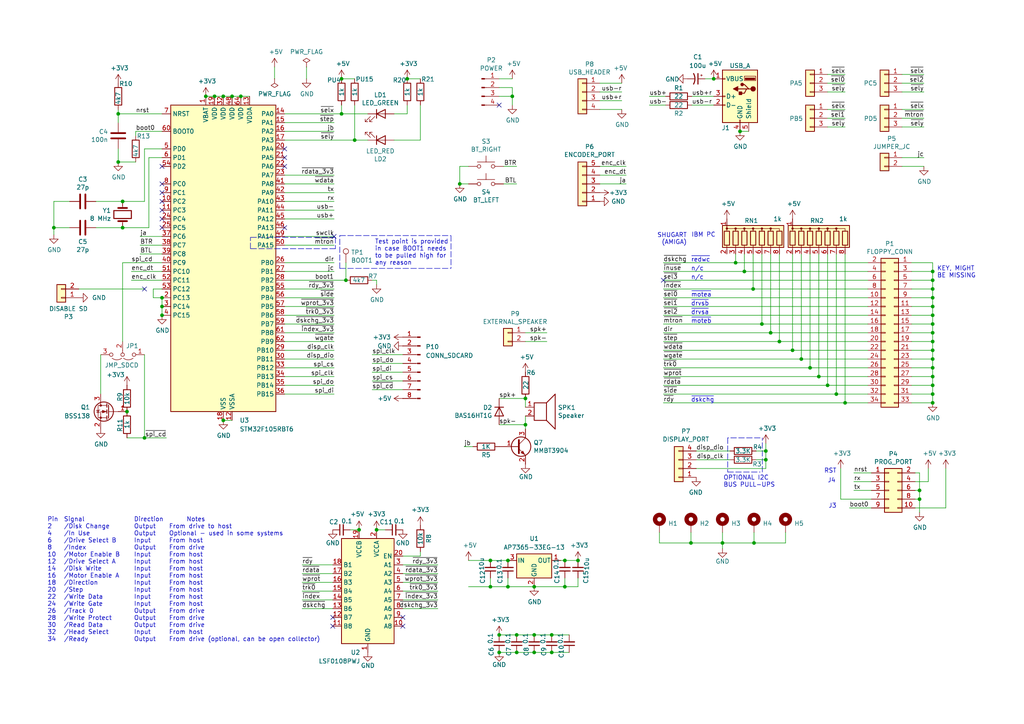
<source format=kicad_sch>
(kicad_sch (version 20250114) (generator "eeschema") (generator_version "9.0")
  (paper "A4")
  (title_block (title "OpenFlops") (date "2020-01-01") (rev "1") (company "SukkoPera") (comment 1 "Based on schematics by H.M") (comment 2 "Licensed under CERN OHL v.1.2"))
  (lib_symbols
    (symbol "CPU2:LSF0108PWJ"
      (property "Reference" "U" (at -6.35 16.51 0))
      (property "Value" "LSF0108PWJ" (at 3.81 16.51 0))
      (symbol "LSF0108PWJ_1_1"
        (pin input line (at -10.16 10.16 0) (length 2.54) (name "EN") (number "20"))
        (pin bidirectional line (at -10.16 7.62 0) (length 2.54) (name "A1") (number "3"))
        (pin bidirectional line (at -10.16 5.08 0) (length 2.54) (name "A2") (number "4"))
        (pin bidirectional line (at -10.16 2.54 0) (length 2.54) (name "A3") (number "5"))
        (pin bidirectional line (at -10.16 0 0) (length 2.54) (name "A4") (number "6"))
        (pin bidirectional line (at -10.16 -2.54 0) (length 2.54) (name "A5") (number "7"))
        (pin bidirectional line (at -10.16 -5.08 0) (length 2.54) (name "A6") (number "8"))
        (pin bidirectional line (at -10.16 -7.62 0) (length 2.54) (name "A7") (number "9"))
        (pin bidirectional line (at -10.16 -10.16 0) (length 2.54) (name "A8") (number "10"))
        (pin power_in line (at -2.54 17.78 270) (length 2.54) (name "VCCA") (number "2"))
        (pin power_in line (at 0 -17.78 90) (length 2.54) (name "GND") (number "1"))
        (pin power_in line (at 2.54 17.78 270) (length 2.54) (name "VCCB") (number "19"))
        (pin bidirectional line (at 10.16 7.62 180) (length 2.54) (name "B1") (number "18"))
        (pin bidirectional line (at 10.16 5.08 180) (length 2.54) (name "B2") (number "17"))
        (pin bidirectional line (at 10.16 2.54 180) (length 2.54) (name "B3") (number "16"))
        (pin bidirectional line (at 10.16 0 180) (length 2.54) (name "B4") (number "15"))
        (pin bidirectional line (at 10.16 -2.54 180) (length 2.54) (name "B5") (number "14"))
        (pin bidirectional line (at 10.16 -5.08 180) (length 2.54) (name "B6") (number "13"))
        (pin bidirectional line (at 10.16 -7.62 180) (length 2.54) (name "B7") (number "12"))
        (pin bidirectional line (at 10.16 -10.16 180) (length 2.54) (name "B8") (number "11"))
      )
    )
    (symbol "Connector:Conn_01x08_Pin" (pin_names (offset 1.016) (hide yes))
      (property "Reference" "J" (at 0 10.16 0))
      (property "Value" "Conn_01x08_Pin" (at 0 -12.7 0))
      (symbol "Conn_01x08_Pin_1_1"
        (pin passive line (at 5.08 7.62 180) (length 3.81) (name "Pin_1") (number "1"))
        (pin passive line (at 5.08 5.08 180) (length 3.81) (name "Pin_2") (number "2"))
        (pin passive line (at 5.08 2.54 180) (length 3.81) (name "Pin_3") (number "3"))
        (pin passive line (at 5.08 0 180) (length 3.81) (name "Pin_4") (number "4"))
        (pin passive line (at 5.08 -2.54 180) (length 3.81) (name "Pin_5") (number "5"))
        (pin passive line (at 5.08 -5.08 180) (length 3.81) (name "Pin_6") (number "6"))
        (pin passive line (at 5.08 -7.62 180) (length 3.81) (name "Pin_7") (number "7"))
        (pin passive line (at 5.08 -10.16 180) (length 3.81) (name "Pin_8") (number "8"))
      )
    )
    (symbol "Connector:TestPoint" (pin_numbers (hide yes)) (pin_names (offset 0.762) (hide yes))
      (property "Reference" "TP" (at 0 6.858 0))
      (property "Value" "TestPoint" (at 0 5.08 0))
      (symbol "TestPoint_1_1"
        (pin passive line (at 0 0 90) (length 2.54) (name "1") (number "1"))
      )
    )
    (symbol "Connector_Generic:Conn_01x02" (pin_names (offset 1.016) (hide yes))
      (property "Reference" "J" (at 0 2.54 0))
      (property "Value" "Conn_01x02" (at 0 -5.08 0))
      (symbol "Conn_01x02_1_1"
        (pin passive line (at -5.08 0 0) (length 3.81) (name "Pin_1") (number "1"))
        (pin passive line (at -5.08 -2.54 0) (length 3.81) (name "Pin_2") (number "2"))
      )
    )
    (symbol "Connector_Generic:Conn_01x03" (pin_names (offset 1.016) (hide yes))
      (property "Reference" "J" (at 0 5.08 0))
      (property "Value" "Conn_01x03" (at 0 -5.08 0))
      (symbol "Conn_01x03_1_1"
        (pin passive line (at -5.08 2.54 0) (length 3.81) (name "Pin_1") (number "1"))
        (pin passive line (at -5.08 0 0) (length 3.81) (name "Pin_2") (number "2"))
        (pin passive line (at -5.08 -2.54 0) (length 3.81) (name "Pin_3") (number "3"))
      )
    )
    (symbol "Connector_Generic:Conn_01x04" (pin_names (offset 1.016) (hide yes))
      (property "Reference" "J" (at 0 5.08 0))
      (property "Value" "Conn_01x04" (at 0 -7.62 0))
      (symbol "Conn_01x04_1_1"
        (pin passive line (at -5.08 2.54 0) (length 3.81) (name "Pin_1") (number "1"))
        (pin passive line (at -5.08 0 0) (length 3.81) (name "Pin_2") (number "2"))
        (pin passive line (at -5.08 -2.54 0) (length 3.81) (name "Pin_3") (number "3"))
        (pin passive line (at -5.08 -5.08 0) (length 3.81) (name "Pin_4") (number "4"))
      )
    )
    (symbol "Connector_Generic:Conn_01x05" (pin_names (offset 1.016) (hide yes))
      (property "Reference" "J" (at 0 7.62 0))
      (property "Value" "Conn_01x05" (at 0 -7.62 0))
      (symbol "Conn_01x05_1_1"
        (pin passive line (at -5.08 5.08 0) (length 3.81) (name "Pin_1") (number "1"))
        (pin passive line (at -5.08 2.54 0) (length 3.81) (name "Pin_2") (number "2"))
        (pin passive line (at -5.08 0 0) (length 3.81) (name "Pin_3") (number "3"))
        (pin passive line (at -5.08 -2.54 0) (length 3.81) (name "Pin_4") (number "4"))
        (pin passive line (at -5.08 -5.08 0) (length 3.81) (name "Pin_5") (number "5"))
      )
    )
    (symbol "Connector_Generic:Conn_02x05_Odd_Even" (pin_names (offset 1.016) (hide yes))
      (property "Reference" "J" (at 1.27 7.62 0))
      (property "Value" "Conn_02x05_Odd_Even" (at 1.27 -7.62 0))
      (symbol "Conn_02x05_Odd_Even_1_1"
        (pin passive line (at -5.08 5.08 0) (length 3.81) (name "Pin_1") (number "1"))
        (pin passive line (at -5.08 2.54 0) (length 3.81) (name "Pin_3") (number "3"))
        (pin passive line (at -5.08 0 0) (length 3.81) (name "Pin_5") (number "5"))
        (pin passive line (at -5.08 -2.54 0) (length 3.81) (name "Pin_7") (number "7"))
        (pin passive line (at -5.08 -5.08 0) (length 3.81) (name "Pin_9") (number "9"))
        (pin passive line (at 7.62 5.08 180) (length 3.81) (name "Pin_2") (number "2"))
        (pin passive line (at 7.62 2.54 180) (length 3.81) (name "Pin_4") (number "4"))
        (pin passive line (at 7.62 0 180) (length 3.81) (name "Pin_6") (number "6"))
        (pin passive line (at 7.62 -2.54 180) (length 3.81) (name "Pin_8") (number "8"))
        (pin passive line (at 7.62 -5.08 180) (length 3.81) (name "Pin_10") (number "10"))
      )
    )
    (symbol "Connector_Generic:Conn_02x17_Odd_Even" (pin_names (offset 1.016) (hide yes))
      (property "Reference" "J" (at 1.27 22.86 0))
      (property "Value" "Conn_02x17_Odd_Even" (at 1.27 -22.86 0))
      (symbol "Conn_02x17_Odd_Even_1_1"
        (pin passive line (at -5.08 20.32 0) (length 3.81) (name "Pin_1") (number "1"))
        (pin passive line (at -5.08 17.78 0) (length 3.81) (name "Pin_3") (number "3"))
        (pin passive line (at -5.08 15.24 0) (length 3.81) (name "Pin_5") (number "5"))
        (pin passive line (at -5.08 12.7 0) (length 3.81) (name "Pin_7") (number "7"))
        (pin passive line (at -5.08 10.16 0) (length 3.81) (name "Pin_9") (number "9"))
        (pin passive line (at -5.08 7.62 0) (length 3.81) (name "Pin_11") (number "11"))
        (pin passive line (at -5.08 5.08 0) (length 3.81) (name "Pin_13") (number "13"))
        (pin passive line (at -5.08 2.54 0) (length 3.81) (name "Pin_15") (number "15"))
        (pin passive line (at -5.08 0 0) (length 3.81) (name "Pin_17") (number "17"))
        (pin passive line (at -5.08 -2.54 0) (length 3.81) (name "Pin_19") (number "19"))
        (pin passive line (at -5.08 -5.08 0) (length 3.81) (name "Pin_21") (number "21"))
        (pin passive line (at -5.08 -7.62 0) (length 3.81) (name "Pin_23") (number "23"))
        (pin passive line (at -5.08 -10.16 0) (length 3.81) (name "Pin_25") (number "25"))
        (pin passive line (at -5.08 -12.7 0) (length 3.81) (name "Pin_27") (number "27"))
        (pin passive line (at -5.08 -15.24 0) (length 3.81) (name "Pin_29") (number "29"))
        (pin passive line (at -5.08 -17.78 0) (length 3.81) (name "Pin_31") (number "31"))
        (pin passive line (at -5.08 -20.32 0) (length 3.81) (name "Pin_33") (number "33"))
        (pin passive line (at 7.62 20.32 180) (length 3.81) (name "Pin_2") (number "2"))
        (pin passive line (at 7.62 17.78 180) (length 3.81) (name "Pin_4") (number "4"))
        (pin passive line (at 7.62 15.24 180) (length 3.81) (name "Pin_6") (number "6"))
        (pin passive line (at 7.62 12.7 180) (length 3.81) (name "Pin_8") (number "8"))
        (pin passive line (at 7.62 10.16 180) (length 3.81) (name "Pin_10") (number "10"))
        (pin passive line (at 7.62 7.62 180) (length 3.81) (name "Pin_12") (number "12"))
        (pin passive line (at 7.62 5.08 180) (length 3.81) (name "Pin_14") (number "14"))
        (pin passive line (at 7.62 2.54 180) (length 3.81) (name "Pin_16") (number "16"))
        (pin passive line (at 7.62 0 180) (length 3.81) (name "Pin_18") (number "18"))
        (pin passive line (at 7.62 -2.54 180) (length 3.81) (name "Pin_20") (number "20"))
        (pin passive line (at 7.62 -5.08 180) (length 3.81) (name "Pin_22") (number "22"))
        (pin passive line (at 7.62 -7.62 180) (length 3.81) (name "Pin_24") (number "24"))
        (pin passive line (at 7.62 -10.16 180) (length 3.81) (name "Pin_26") (number "26"))
        (pin passive line (at 7.62 -12.7 180) (length 3.81) (name "Pin_28") (number "28"))
        (pin passive line (at 7.62 -15.24 180) (length 3.81) (name "Pin_30") (number "30"))
        (pin passive line (at 7.62 -17.78 180) (length 3.81) (name "Pin_32") (number "32"))
        (pin passive line (at 7.62 -20.32 180) (length 3.81) (name "Pin_34") (number "34"))
      )
    )
    (symbol "Device:C" (pin_numbers (hide yes)) (pin_names (offset 0.254))
      (property "Reference" "C" (at 0.635 2.54 0))
      (property "Value" "C" (at 0.635 -2.54 0))
      (symbol "C_1_1"
        (pin passive line (at 0 3.81 270) (length 2.794) (name "~") (number "1"))
        (pin passive line (at 0 -3.81 90) (length 2.794) (name "~") (number "2"))
      )
    )
    (symbol "Device:C_Polarized_Small_US" (pin_numbers (hide yes)) (pin_names (offset 0.254) (hide yes))
      (property "Reference" "C" (at 0.254 1.778 0))
      (property "Value" "C_Polarized_Small_US" (at 0.254 -2.032 0))
      (symbol "C_Polarized_Small_US_1_1"
        (pin passive line (at 0 2.54 270) (length 2.032) (name "~") (number "1"))
        (pin passive line (at 0 -2.54 90) (length 2.032) (name "~") (number "2"))
      )
    )
    (symbol "Device:C_Small" (pin_numbers (hide yes)) (pin_names (offset 0.254) (hide yes))
      (property "Reference" "C" (at 0.254 1.778 0))
      (property "Value" "C_Small" (at 0.254 -2.032 0))
      (symbol "C_Small_1_1"
        (pin passive line (at 0 2.54 270) (length 2.032) (name "~") (number "1"))
        (pin passive line (at 0 -2.54 90) (length 2.032) (name "~") (number "2"))
      )
    )
    (symbol "Device:Crystal" (pin_numbers (hide yes)) (pin_names (offset 1.016) (hide yes))
      (property "Reference" "Y" (at 0 3.81 0))
      (property "Value" "Crystal" (at 0 -3.81 0))
      (symbol "Crystal_1_1"
        (pin passive line (at -3.81 0 0) (length 1.27) (name "1") (number "1"))
        (pin passive line (at 3.81 0 180) (length 1.27) (name "2") (number "2"))
      )
    )
    (symbol "Device:D" (pin_numbers (hide yes)) (pin_names (offset 1.016) (hide yes))
      (property "Reference" "D" (at 0 2.54 0))
      (property "Value" "D" (at 0 -2.54 0))
      (symbol "D_1_1"
        (pin passive line (at -3.81 0 0) (length 2.54) (name "K") (number "1"))
        (pin passive line (at 3.81 0 180) (length 2.54) (name "A") (number "2"))
      )
    )
    (symbol "Device:LED" (pin_numbers (hide yes)) (pin_names (offset 1.016) (hide yes))
      (property "Reference" "D" (at 0 2.54 0))
      (property "Value" "LED" (at 0 -2.54 0))
      (symbol "LED_1_1"
        (pin passive line (at -3.81 0 0) (length 2.54) (name "K") (number "1"))
        (pin passive line (at 3.81 0 180) (length 2.54) (name "A") (number "2"))
      )
    )
    (symbol "Device:R" (pin_numbers (hide yes)) (pin_names (offset 0))
      (property "Reference" "R" (at 2.032 0 90))
      (property "Value" "R" (at 0 0 90))
      (symbol "R_1_1"
        (pin passive line (at 0 3.81 270) (length 1.27) (name "~") (number "1"))
        (pin passive line (at 0 -3.81 90) (length 1.27) (name "~") (number "2"))
      )
    )
    (symbol "Device:R_Network07" (pin_names (offset 0) (hide yes))
      (property "Reference" "RN" (at -10.16 0 90))
      (property "Value" "R_Network07" (at 10.16 0 90))
      (symbol "R_Network07_1_1"
        (pin passive line (at -7.62 5.08 270) (length 2.54) (name "common") (number "1"))
        (pin passive line (at -7.62 -5.08 90) (length 1.27) (name "R1") (number "2"))
        (pin passive line (at -5.08 -5.08 90) (length 1.27) (name "R2") (number "3"))
        (pin passive line (at -2.54 -5.08 90) (length 1.27) (name "R3") (number "4"))
        (pin passive line (at 0 -5.08 90) (length 1.27) (name "R4") (number "5"))
        (pin passive line (at 2.54 -5.08 90) (length 1.27) (name "R5") (number "6"))
        (pin passive line (at 5.08 -5.08 90) (length 1.27) (name "R6") (number "7"))
        (pin passive line (at 7.62 -5.08 90) (length 1.27) (name "R7") (number "8"))
      )
    )
    (symbol "Device:Speaker" (pin_names (offset 0) (hide yes))
      (property "Reference" "LS" (at 1.27 5.715 0))
      (property "Value" "Speaker" (at 1.27 3.81 0))
      (symbol "Speaker_1_1"
        (pin input line (at -5.08 0 0) (length 2.54) (name "1") (number "1"))
        (pin input line (at -5.08 -2.54 0) (length 2.54) (name "2") (number "2"))
      )
    )
    (symbol "Jumper:Jumper_3_Open" (pin_names (offset 0) (hide yes)) (exclude_from_sim yes) (in_bom no)
      (property "Reference" "JP" (at -2.54 -2.54 0))
      (property "Value" "Jumper_3_Open" (at 0 2.794 0))
      (symbol "Jumper_3_Open_1_1"
        (pin passive line (at -6.35 0 0) (length 2.54) (name "A") (number "1"))
        (pin passive line (at 0 -3.81 90) (length 2.54) (name "C") (number "2"))
        (pin passive line (at 6.35 0 180) (length 2.54) (name "B") (number "3"))
      )
    )
    (symbol "MCU_ST_STM32F1:STM32F105RBTx"
      (property "Reference" "U" (at -15.24 46.99 0))
      (property "Value" "STM32F105RBTx" (at 10.16 46.99 0))
      (symbol "STM32F105RBTx_1_1"
        (pin input line (at -17.78 43.18 0) (length 2.54) (name "NRST") (number "7"))
        (pin input line (at -17.78 38.1 0) (length 2.54) (name "BOOT0") (number "60"))
        (pin bidirectional line (at -17.78 33.02 0) (length 2.54) (name "PD0") (number "5"))
        (pin bidirectional line (at -17.78 30.48 0) (length 2.54) (name "PD1") (number "6"))
        (pin bidirectional line (at -17.78 27.94 0) (length 2.54) (name "PD2") (number "54"))
        (pin bidirectional line (at -17.78 22.86 0) (length 2.54) (name "PC0") (number "8"))
        (pin bidirectional line (at -17.78 20.32 0) (length 2.54) (name "PC1") (number "9"))
        (pin bidirectional line (at -17.78 17.78 0) (length 2.54) (name "PC2") (number "10"))
        (pin bidirectional line (at -17.78 15.24 0) (length 2.54) (name "PC3") (number "11"))
        (pin bidirectional line (at -17.78 12.7 0) (length 2.54) (name "PC4") (number "24"))
        (pin bidirectional line (at -17.78 10.16 0) (length 2.54) (name "PC5") (number "25"))
        (pin bidirectional line (at -17.78 7.62 0) (length 2.54) (name "PC6") (number "37"))
        (pin bidirectional line (at -17.78 5.08 0) (length 2.54) (name "PC7") (number "38"))
        (pin bidirectional line (at -17.78 2.54 0) (length 2.54) (name "PC8") (number "39"))
        (pin bidirectional line (at -17.78 0 0) (length 2.54) (name "PC9") (number "40"))
        (pin bidirectional line (at -17.78 -2.54 0) (length 2.54) (name "PC10") (number "51"))
        (pin bidirectional line (at -17.78 -5.08 0) (length 2.54) (name "PC11") (number "52"))
        (pin bidirectional line (at -17.78 -7.62 0) (length 2.54) (name "PC12") (number "53"))
        (pin bidirectional line (at -17.78 -10.16 0) (length 2.54) (name "PC13") (number "2"))
        (pin bidirectional line (at -17.78 -12.7 0) (length 2.54) (name "PC14") (number "3"))
        (pin bidirectional line (at -17.78 -15.24 0) (length 2.54) (name "PC15") (number "4"))
        (pin power_in line (at -5.08 48.26 270) (length 2.54) (name "VBAT") (number "1"))
        (pin power_in line (at -2.54 48.26 270) (length 2.54) (name "VDD") (number "19"))
        (pin power_in line (at 0 48.26 270) (length 2.54) (name "VDD") (number "32"))
        (pin power_in line (at 0 -45.72 90) (length 2.54) (name "VSS") (number "18"))
        (pin passive line (at 0 -45.72 90) (length 2.54) (hide yes) (name "VSS") (number "31"))
        (pin passive line (at 0 -45.72 90) (length 2.54) (hide yes) (name "VSS") (number "47"))
        (pin passive line (at 0 -45.72 90) (length 2.54) (hide yes) (name "VSS") (number "63"))
        (pin power_in line (at 2.54 48.26 270) (length 2.54) (name "VDD") (number "48"))
        (pin power_in line (at 2.54 -45.72 90) (length 2.54) (name "VSSA") (number "12"))
        (pin power_in line (at 5.08 48.26 270) (length 2.54) (name "VDD") (number "64"))
        (pin power_in line (at 7.62 48.26 270) (length 2.54) (name "VDDA") (number "13"))
        (pin bidirectional line (at 17.78 43.18 180) (length 2.54) (name "PA0") (number "14"))
        (pin bidirectional line (at 17.78 40.64 180) (length 2.54) (name "PA1") (number "15"))
        (pin bidirectional line (at 17.78 38.1 180) (length 2.54) (name "PA2") (number "16"))
        (pin bidirectional line (at 17.78 35.56 180) (length 2.54) (name "PA3") (number "17"))
        (pin bidirectional line (at 17.78 33.02 180) (length 2.54) (name "PA4") (number "20"))
        (pin bidirectional line (at 17.78 30.48 180) (length 2.54) (name "PA5") (number "21"))
        (pin bidirectional line (at 17.78 27.94 180) (length 2.54) (name "PA6") (number "22"))
        (pin bidirectional line (at 17.78 25.4 180) (length 2.54) (name "PA7") (number "23"))
        (pin bidirectional line (at 17.78 22.86 180) (length 2.54) (name "PA8") (number "41"))
        (pin bidirectional line (at 17.78 20.32 180) (length 2.54) (name "PA9") (number "42"))
        (pin bidirectional line (at 17.78 17.78 180) (length 2.54) (name "PA10") (number "43"))
        (pin bidirectional line (at 17.78 15.24 180) (length 2.54) (name "PA11") (number "44"))
        (pin bidirectional line (at 17.78 12.7 180) (length 2.54) (name "PA12") (number "45"))
        (pin bidirectional line (at 17.78 10.16 180) (length 2.54) (name "PA13") (number "46"))
        (pin bidirectional line (at 17.78 7.62 180) (length 2.54) (name "PA14") (number "49"))
        (pin bidirectional line (at 17.78 5.08 180) (length 2.54) (name "PA15") (number "50"))
        (pin bidirectional line (at 17.78 0 180) (length 2.54) (name "PB0") (number "26"))
        (pin bidirectional line (at 17.78 -2.54 180) (length 2.54) (name "PB1") (number "27"))
        (pin bidirectional line (at 17.78 -5.08 180) (length 2.54) (name "PB2") (number "28"))
        (pin bidirectional line (at 17.78 -7.62 180) (length 2.54) (name "PB3") (number "55"))
        (pin bidirectional line (at 17.78 -10.16 180) (length 2.54) (name "PB4") (number "56"))
        (pin bidirectional line (at 17.78 -12.7 180) (length 2.54) (name "PB5") (number "57"))
        (pin bidirectional line (at 17.78 -15.24 180) (length 2.54) (name "PB6") (number "58"))
        (pin bidirectional line (at 17.78 -17.78 180) (length 2.54) (name "PB7") (number "59"))
        (pin bidirectional line (at 17.78 -20.32 180) (length 2.54) (name "PB8") (number "61"))
        (pin bidirectional line (at 17.78 -22.86 180) (length 2.54) (name "PB9") (number "62"))
        (pin bidirectional line (at 17.78 -25.4 180) (length 2.54) (name "PB10") (number "29"))
        (pin bidirectional line (at 17.78 -27.94 180) (length 2.54) (name "PB11") (number "30"))
        (pin bidirectional line (at 17.78 -30.48 180) (length 2.54) (name "PB12") (number "33"))
        (pin bidirectional line (at 17.78 -33.02 180) (length 2.54) (name "PB13") (number "34"))
        (pin bidirectional line (at 17.78 -35.56 180) (length 2.54) (name "PB14") (number "35"))
        (pin bidirectional line (at 17.78 -38.1 180) (length 2.54) (name "PB15") (number "36"))
      )
    )
    (symbol "Mechanical:MountingHole_Pad" (pin_numbers (hide yes)) (pin_names (offset 1.016) (hide yes)) (exclude_from_sim yes) (in_bom no)
      (property "Reference" "H" (at 0 6.35 0))
      (property "Value" "MountingHole_Pad" (at 0 4.445 0))
      (symbol "MountingHole_Pad_1_1"
        (pin input line (at 0 -2.54 90) (length 2.54) (name "1") (number "1"))
      )
    )
    (symbol "OpenFlops-rescue:+3.3V-power" (power) (pin_names (offset 0))
      (property "Value" "power_+3.3V" (at 0 3.556 0))
      (symbol "+3.3V-power_1_1"
        (pin power_in line (at 0 0 90) (length 0) (hide yes) (name "+3V3") (number "1"))
      )
    )
    (symbol "OpenFlops-rescue:+5V-power" (power) (pin_names (offset 0))
      (property "Value" "power_+5V" (at 0 3.556 0))
      (symbol "+5V-power_1_1"
        (pin power_in line (at 0 0 90) (length 0) (hide yes) (name "+5V") (number "1"))
      )
    )
    (symbol "OpenFlops-rescue:Conn_01x04_Male-Connector" (pin_names (offset 1.016) (hide yes))
      (property "Reference" "J" (at 0 5.08 0))
      (property "Value" "Connector_Conn_01x04_Male" (at 0 -7.62 0))
      (symbol "Conn_01x04_Male-Connector_1_1"
        (pin passive line (at 5.08 2.54 180) (length 3.81) (name "Pin_1") (number "1"))
        (pin passive line (at 5.08 0 180) (length 3.81) (name "Pin_2") (number "2"))
        (pin passive line (at 5.08 -2.54 180) (length 3.81) (name "Pin_3") (number "3"))
        (pin passive line (at 5.08 -5.08 180) (length 3.81) (name "Pin_4") (number "4"))
      )
    )
    (symbol "OpenFlops-rescue:GND-power" (power) (pin_names (offset 0))
      (property "Value" "power_GND" (at 0 -3.81 0))
      (symbol "GND-power_1_1"
        (pin power_in line (at 0 0 270) (length 0) (hide yes) (name "GND") (number "1"))
      )
    )
    (symbol "OpenFlops-rescue:PWR_FLAG-power" (power) (pin_numbers (hide yes)) (pin_names (offset 0) (hide yes))
      (property "Value" "power_PWR_FLAG" (at 0 3.81 0))
      (symbol "PWR_FLAG-power_0_0"
        (pin power_out line (at 0 0 90) (length 0) (name "pwr") (number "1"))
      )
    )
    (symbol "OpenFlops-rescue:USB_A-Connector" (pin_names (offset 1.016))
      (property "Reference" "J" (at -5.08 11.43 0))
      (property "Value" "Connector_USB_A" (at -5.08 8.89 0))
      (symbol "USB_A-Connector_1_1"
        (pin passive line (at -2.54 -10.16 90) (length 2.54) (name "Shield") (number "5"))
        (pin power_in line (at 0 -10.16 90) (length 2.54) (name "GND") (number "4"))
        (pin power_in line (at 7.62 5.08 180) (length 2.54) (name "VBUS") (number "1"))
        (pin passive line (at 7.62 0 180) (length 2.54) (name "D+") (number "3"))
        (pin passive line (at 7.62 -2.54 180) (length 2.54) (name "D-") (number "2"))
      )
    )
    (symbol "Regulator_Linear:MCP1804x-3302xDB" (pin_names (offset 0.254))
      (property "Reference" "U" (at -3.81 3.175 0))
      (property "Value" "MCP1804x-3302xDB" (at -0.635 3.175 0))
      (symbol "MCP1804x-3302xDB_1_1"
        (pin power_in line (at -7.62 0 0) (length 2.54) (name "IN") (number "3"))
        (pin power_in line (at 0 -7.62 90) (length 2.54) (name "GND") (number "2"))
        (pin power_out line (at 7.62 0 180) (length 2.54) (name "OUT") (number "1"))
      )
    )
    (symbol "Switch:SW_Push" (pin_numbers (hide yes)) (pin_names (offset 1.016) (hide yes))
      (property "Reference" "SW" (at 1.27 2.54 0))
      (property "Value" "SW_Push" (at 0 -1.524 0))
      (symbol "SW_Push_0_1"
        (pin passive line (at -5.08 0 0) (length 2.54) (name "1") (number "1"))
        (pin passive line (at 5.08 0 180) (length 2.54) (name "2") (number "2"))
      )
    )
    (symbol "Transistor_BJT:MMBT3904" (pin_names (offset 0) (hide yes))
      (property "Reference" "Q" (at 5.08 1.905 0))
      (property "Value" "MMBT3904" (at 5.08 0 0))
      (symbol "MMBT3904_1_1"
        (pin input line (at -5.08 0 0) (length 5.715) (name "B") (number "1"))
        (pin passive line (at 2.54 5.08 270) (length 2.54) (name "C") (number "3"))
        (pin passive line (at 2.54 -5.08 90) (length 2.54) (name "E") (number "2"))
      )
    )
    (symbol "Transistor_FET:BSS138" (pin_names (hide yes))
      (property "Reference" "Q" (at 5.08 1.905 0))
      (property "Value" "BSS138" (at 5.08 0 0))
      (symbol "BSS138_1_1"
        (pin input line (at -5.08 0 0) (length 2.54) (name "G") (number "1"))
        (pin passive line (at 2.54 5.08 270) (length 2.54) (name "D") (number "3"))
        (pin passive line (at 2.54 -5.08 90) (length 2.54) (name "S") (number "2"))
      )
    )
    (symbol "power:+3V3" (power) (pin_numbers (hide yes)) (pin_names (offset 0) (hide yes))
      (property "Value" "+3V3" (at 0 3.556 0))
      (symbol "+3V3_1_1"
        (pin power_in line (at 0 0 90) (length 0) (name "~") (number "1"))
      )
    )
    (symbol "power:+5V" (power) (pin_numbers (hide yes)) (pin_names (offset 0) (hide yes))
      (property "Value" "+5V" (at 0 3.556 0))
      (symbol "+5V_1_1"
        (pin power_in line (at 0 0 90) (length 0) (name "~") (number "1"))
      )
    )
    (symbol "power:GND" (power) (pin_numbers (hide yes)) (pin_names (offset 0) (hide yes))
      (property "Value" "GND" (at 0 -3.81 0))
      (symbol "GND_1_1"
        (pin power_in line (at 0 0 270) (length 0) (name "~") (number "1"))
      )
    )
  )
  (text "Pin	Signal			Direction	Notes\n2	/Disk Change	Output	From drive to host\n4	/In Use			Output	Optional - used in some systems\n6	/Drive Select B	Input	From host\n8	/Index			Output	From drive\n10	/Motor Enable B	Input	From host\n12	/Drive Select A	Input	From host\n14	/Disk Write		Input	From host\n16	/Motor Enable A	Input	From host\n18	/Direction		Input	From host\n20	/Step			Input	From host\n22	/Write Data		Input	From host\n24	/Write Gate		Input	From host\n26	/Track 0		Output	From drive\n28	/Write Protect	Output	From drive\n30	/Read Data		Output	From drive\n32	/Head Select	Input	From host\n34	/Ready			Output	From drive (optional, can be open collector)" (at 13.716 168.148 0) (effects (font (size 1.27 1.27)) (justify left)))
  (text "RST" (at 239.014 137.414 0) (effects (font (size 1.27 1.27)) (justify left bottom)))
  (text "~{drvsa}" (at 200.406 91.44 0) (effects (font (size 1.27 1.27)) (justify left bottom)))
  (text "~{dskchg}" (at 200.406 116.84 0) (effects (font (size 1.27 1.27)) (justify left bottom)))
  (text "SHUGART\n(AMIGA)" (at 199.263 71.12 0) (effects (font (size 1.27 1.27)) (justify right bottom)))
  (text "KEY, MIGHT\nBE MISSING" (at 271.78 80.772 0) (effects (font (size 1.27 1.27)) (justify left bottom)))
  (text "~{drvsb}" (at 200.406 88.9 0) (effects (font (size 1.27 1.27)) (justify left bottom)))
  (text "J4" (at 240.03 140.208 0) (effects (font (size 1.27 1.27)) (justify left bottom)))
  (text "OPTIONAL I2C\nBUS PULL-UPS" (at 209.804 141.478 0) (effects (font (size 1.27 1.27)) (justify left bottom)))
  (text "n/c" (at 200.406 81.28 0) (effects (font (size 1.27 1.27)) (justify left bottom)))
  (text "~{redwc}" (at 200.406 76.2 0) (effects (font (size 1.27 1.27)) (justify left bottom)))
  (text "~{moteb}" (at 200.406 93.98 0) (effects (font (size 1.27 1.27)) (justify left bottom)))
  (text "J3" (at 240.284 147.574 0) (effects (font (size 1.27 1.27)) (justify left bottom)))
  (text "IBM PC" (at 200.533 68.961 0) (effects (font (size 1.27 1.27)) (justify left bottom)))
  (text "Test point is provided\nin case BOOT1 needs\nto be pulled high for\nany reason" (at 108.712 77.089 0) (effects (font (size 1.27 1.27)) (justify left bottom)))
  (text "n/c" (at 200.406 78.74 0) (effects (font (size 1.27 1.27)) (justify left bottom)))
  (text "~{motea}" (at 200.406 86.36 0) (effects (font (size 1.27 1.27)) (justify left bottom)))
  (junction (at 270.51 93.98))
  (junction (at 59.69 27.94))
  (junction (at 142.24 162.56))
  (junction (at 109.22 153.67))
  (junction (at 222.123 130.81))
  (junction (at 245.11 116.84))
  (junction (at 160.02 189.23))
  (junction (at 147.32 170.18))
  (junction (at 144.78 189.23))
  (junction (at 242.57 114.3))
  (junction (at 163.83 170.18))
  (junction (at 34.29 33.02))
  (junction (at 64.77 121.92))
  (junction (at 46.99 86.36))
  (junction (at 167.64 162.56))
  (junction (at 270.51 78.74))
  (junction (at 35.56 58.42))
  (junction (at 149.86 184.15))
  (junction (at 215.9 78.74))
  (junction (at 270.51 99.06))
  (junction (at 213.36 76.2))
  (junction (at 147.32 162.56))
  (junction (at 163.83 162.56))
  (junction (at 100.33 81.28))
  (junction (at 35.56 66.04))
  (junction (at 69.85 27.94))
  (junction (at 222.123 133.35))
  (junction (at 209.55 157.48))
  (junction (at 270.51 101.6))
  (junction (at 152.4 115.57))
  (junction (at 218.44 83.82))
  (junction (at 152.4 123.19))
  (junction (at 207.01 22.86))
  (junction (at 270.51 88.9))
  (junction (at 154.94 170.18))
  (junction (at 64.77 27.94))
  (junction (at 237.49 109.22))
  (junction (at 46.99 88.9))
  (junction (at 270.51 109.22))
  (junction (at 142.24 170.18))
  (junction (at 270.51 96.52))
  (junction (at 214.63 38.1))
  (junction (at 148.59 27.94))
  (junction (at 144.78 184.15))
  (junction (at 133.35 53.34))
  (junction (at 270.51 104.14))
  (junction (at 270.51 83.82))
  (junction (at 234.95 106.68))
  (junction (at 62.23 27.94))
  (junction (at 41.91 127))
  (junction (at 270.51 114.3))
  (junction (at 270.51 91.44))
  (junction (at 154.94 189.23))
  (junction (at 270.51 106.68))
  (junction (at 240.03 111.76))
  (junction (at 266.7 142.24))
  (junction (at 266.7 144.78))
  (junction (at 118.11 22.86))
  (junction (at 218.694 157.48))
  (junction (at 34.29 46.99))
  (junction (at 104.14 153.67))
  (junction (at 226.06 99.06))
  (junction (at 67.31 27.94))
  (junction (at 200.406 157.48))
  (junction (at 270.51 81.28))
  (junction (at 154.94 184.15))
  (junction (at 36.83 119.38))
  (junction (at 270.51 116.84))
  (junction (at 220.98 93.98))
  (junction (at 99.06 33.02))
  (junction (at 149.86 189.23))
  (junction (at 229.87 101.6))
  (junction (at 160.02 184.15))
  (junction (at 46.99 91.44))
  (junction (at 232.41 104.14))
  (junction (at 102.87 40.64))
  (junction (at 15.621 66.04))
  (junction (at 270.51 111.76))
  (junction (at 99.06 22.86))
  (junction (at 270.51 86.36))
  (junction (at 223.52 96.52))
  (no_connect (at 192.405 81.28))
  (no_connect (at 116.84 181.61))
  (no_connect (at 82.55 48.26))
  (no_connect (at 46.99 48.26))
  (no_connect (at 82.55 45.72))
  (no_connect (at 46.99 60.96))
  (no_connect (at 46.99 55.88))
  (no_connect (at 46.99 66.04))
  (no_connect (at 144.78 30.48))
  (no_connect (at 46.99 63.5))
  (no_connect (at 96.52 179.07))
  (no_connect (at 41.91 83.82))
  (no_connect (at 96.901 68.58))
  (no_connect (at 82.55 43.18))
  (no_connect (at 46.99 58.42))
  (no_connect (at 96.52 181.61))
  (no_connect (at 116.84 179.07))
  (no_connect (at 46.99 53.34))
  (no_connect (at 82.55 66.04))
  (wire (pts (xy 218.44 83.82) (xy 251.714 83.82)))
  (polyline (pts (xy 220.472 127) (xy 211.074 127)) (stroke (width 0) (type dash)))
  (wire (pts (xy 15.621 66.04) (xy 15.621 68.072)))
  (wire (pts (xy 192.405 116.84) (xy 245.11 116.84)))
  (wire (pts (xy 87.63 173.99) (xy 96.52 173.99)))
  (wire (pts (xy 146.05 53.34) (xy 149.86 53.34)))
  (wire (pts (xy 82.55 104.14) (xy 96.901 104.14)))
  (wire (pts (xy 264.414 93.98) (xy 270.51 93.98)))
  (wire (pts (xy 232.41 73.66) (xy 232.41 104.14)))
  (wire (pts (xy 152.4 99.06) (xy 158.623 99.06)))
  (wire (pts (xy 46.99 88.9) (xy 46.99 91.44)))
  (wire (pts (xy 247.65 139.7) (xy 252.73 139.7)))
  (wire (pts (xy 34.29 33.02) (xy 46.99 33.02)))
  (wire (pts (xy 121.92 40.64) (xy 121.92 30.48)))
  (wire (pts (xy 270.51 86.36) (xy 270.51 88.9)))
  (wire (pts (xy 82.55 83.82) (xy 96.901 83.82)))
  (wire (pts (xy 163.83 162.56) (xy 167.64 162.56)))
  (wire (pts (xy 243.84 144.78) (xy 252.73 144.78)))
  (wire (pts (xy 43.18 66.04) (xy 43.18 45.72)))
  (wire (pts (xy 265.43 142.24) (xy 266.7 142.24)))
  (wire (pts (xy 240.03 31.75) (xy 245.11 31.75)))
  (wire (pts (xy 20.193 66.04) (xy 15.621 66.04)))
  (wire (pts (xy 15.621 58.42) (xy 15.621 66.04)))
  (wire (pts (xy 148.59 25.4) (xy 148.59 27.94)))
  (wire (pts (xy 160.02 184.15) (xy 165.1 184.15)))
  (wire (pts (xy 220.98 73.66) (xy 220.98 93.98)))
  (wire (pts (xy 154.94 189.23) (xy 160.02 189.23)))
  (wire (pts (xy 192.405 83.82) (xy 218.44 83.82)))
  (wire (pts (xy 35.56 76.2) (xy 46.99 76.2)))
  (wire (pts (xy 192.405 101.6) (xy 229.87 101.6)))
  (wire (pts (xy 144.78 123.19) (xy 152.4 123.19)))
  (wire (pts (xy 44.45 83.82) (xy 46.99 83.82)))
  (wire (pts (xy 237.49 109.22) (xy 251.714 109.22)))
  (wire (pts (xy 266.7 148.59) (xy 266.7 144.78)))
  (wire (pts (xy 227.838 157.48) (xy 227.838 154.432)))
  (wire (pts (xy 242.57 114.3) (xy 251.714 114.3)))
  (wire (pts (xy 135.89 170.18) (xy 142.24 170.18)))
  (wire (pts (xy 144.78 115.57) (xy 152.4 115.57)))
  (wire (pts (xy 222.123 128.651) (xy 222.123 130.81)))
  (wire (pts (xy 82.55 38.1) (xy 96.901 38.1)))
  (wire (pts (xy 39.37 38.1) (xy 46.99 38.1)))
  (wire (pts (xy 218.44 73.66) (xy 218.44 83.82)))
  (polyline (pts (xy 98.552 68.326) (xy 130.683 68.326)) (stroke (width 0) (type dash)))
  (wire (pts (xy 44.45 83.82) (xy 44.45 86.36)))
  (wire (pts (xy 219.329 133.35) (xy 222.123 133.35)))
  (wire (pts (xy 192.405 111.76) (xy 240.03 111.76)))
  (wire (pts (xy 264.414 96.52) (xy 270.51 96.52)))
  (wire (pts (xy 222.123 130.81) (xy 222.123 133.35)))
  (wire (pts (xy 20.193 58.42) (xy 15.621 58.42)))
  (wire (pts (xy 87.63 171.45) (xy 96.52 171.45)))
  (wire (pts (xy 99.06 33.02) (xy 106.68 33.02)))
  (wire (pts (xy 173.99 26.67) (xy 180.34 26.67)))
  (wire (pts (xy 266.7 142.24) (xy 266.7 137.16)))
  (wire (pts (xy 40.64 68.58) (xy 46.99 68.58)))
  (wire (pts (xy 173.99 31.75) (xy 180.34 31.75)))
  (wire (pts (xy 167.64 167.64) (xy 167.64 170.18)))
  (wire (pts (xy 64.77 121.92) (xy 67.31 121.92)))
  (wire (pts (xy 270.51 114.3) (xy 270.51 116.84)))
  (wire (pts (xy 261.62 34.29) (xy 267.97 34.29)))
  (wire (pts (xy 270.51 104.14) (xy 270.51 106.68)))
  (wire (pts (xy 67.31 27.94) (xy 69.85 27.94)))
  (wire (pts (xy 116.84 176.53) (xy 127 176.53)))
  (wire (pts (xy 261.62 36.83) (xy 267.97 36.83)))
  (wire (pts (xy 240.03 26.67) (xy 245.11 26.67)))
  (polyline (pts (xy 97.282 68.834) (xy 97.282 72.136)) (stroke (width 0) (type dash)))
  (wire (pts (xy 269.24 139.7) (xy 265.43 139.7)))
  (wire (pts (xy 41.91 127) (xy 41.91 102.87)))
  (wire (pts (xy 82.55 109.22) (xy 96.901 109.22)))
  (wire (pts (xy 82.55 68.58) (xy 96.901 68.58)))
  (wire (pts (xy 245.11 116.84) (xy 251.714 116.84)))
  (wire (pts (xy 27.813 58.42) (xy 35.56 58.42)))
  (wire (pts (xy 82.55 78.74) (xy 96.901 78.74)))
  (wire (pts (xy 266.7 137.16) (xy 265.43 137.16)))
  (wire (pts (xy 46.99 78.74) (xy 38.1 78.74)))
  (wire (pts (xy 82.55 99.06) (xy 96.901 99.06)))
  (polyline (pts (xy 211.074 127) (xy 211.074 136.906)) (stroke (width 0) (type dash)))
  (wire (pts (xy 133.35 53.34) (xy 135.89 53.34)))
  (wire (pts (xy 264.414 76.2) (xy 270.51 76.2)))
  (polyline (pts (xy 98.552 77.851) (xy 130.683 77.851)) (stroke (width 0) (type dash)))
  (wire (pts (xy 270.51 78.74) (xy 270.51 81.28)))
  (wire (pts (xy 264.414 104.14) (xy 270.51 104.14)))
  (wire (pts (xy 82.55 81.28) (xy 100.33 81.28)))
  (wire (pts (xy 234.95 73.66) (xy 234.95 106.68)))
  (wire (pts (xy 173.99 48.26) (xy 181.61 48.26)))
  (wire (pts (xy 261.62 24.13) (xy 267.97 24.13)))
  (wire (pts (xy 264.414 91.44) (xy 270.51 91.44)))
  (wire (pts (xy 82.55 86.36) (xy 96.901 86.36)))
  (wire (pts (xy 270.51 88.9) (xy 270.51 91.44)))
  (wire (pts (xy 100.33 76.2) (xy 100.33 81.28)))
  (wire (pts (xy 114.3 40.64) (xy 121.92 40.64)))
  (wire (pts (xy 148.59 27.94) (xy 148.59 30.48)))
  (wire (pts (xy 270.51 101.6) (xy 270.51 104.14)))
  (wire (pts (xy 223.52 73.66) (xy 223.52 96.52)))
  (wire (pts (xy 135.89 162.56) (xy 142.24 162.56)))
  (wire (pts (xy 116.84 171.45) (xy 127 171.45)))
  (wire (pts (xy 109.22 153.67) (xy 111.76 153.67)))
  (wire (pts (xy 240.03 73.66) (xy 240.03 111.76)))
  (wire (pts (xy 163.83 170.18) (xy 163.83 167.64)))
  (wire (pts (xy 82.55 93.98) (xy 96.901 93.98)))
  (wire (pts (xy 209.55 154.432) (xy 209.55 157.48)))
  (wire (pts (xy 102.87 30.48) (xy 102.87 40.64)))
  (wire (pts (xy 192.405 91.44) (xy 251.714 91.44)))
  (wire (pts (xy 226.06 99.06) (xy 251.714 99.06)))
  (wire (pts (xy 41.91 43.18) (xy 46.99 43.18)))
  (polyline (pts (xy 211.074 136.906) (xy 220.472 136.906)) (stroke (width 0) (type dash)))
  (wire (pts (xy 192.405 99.06) (xy 226.06 99.06)))
  (wire (pts (xy 173.99 29.21) (xy 180.34 29.21)))
  (wire (pts (xy 82.55 50.8) (xy 96.901 50.8)))
  (wire (pts (xy 247.65 142.24) (xy 252.73 142.24)))
  (wire (pts (xy 102.87 40.64) (xy 106.68 40.64)))
  (wire (pts (xy 154.94 170.18) (xy 163.83 170.18)))
  (wire (pts (xy 41.91 58.42) (xy 41.91 43.18)))
  (wire (pts (xy 200.66 30.48) (xy 207.01 30.48)))
  (wire (pts (xy 144.78 27.94) (xy 148.59 27.94)))
  (wire (pts (xy 34.29 33.02) (xy 34.29 35.56)))
  (wire (pts (xy 193.04 27.94) (xy 188.341 27.94)))
  (wire (pts (xy 264.414 109.22) (xy 270.51 109.22)))
  (wire (pts (xy 200.406 154.432) (xy 200.406 157.48)))
  (wire (pts (xy 264.414 81.28) (xy 270.51 81.28)))
  (wire (pts (xy 270.51 83.82) (xy 270.51 86.36)))
  (wire (pts (xy 261.62 48.26) (xy 267.97 48.26)))
  (wire (pts (xy 214.63 38.1) (xy 217.17 38.1)))
  (wire (pts (xy 229.87 101.6) (xy 251.714 101.6)))
  (wire (pts (xy 219.329 130.81) (xy 222.123 130.81)))
  (wire (pts (xy 270.51 91.44) (xy 270.51 93.98)))
  (wire (pts (xy 191.262 154.432) (xy 191.262 157.48)))
  (wire (pts (xy 82.55 40.64) (xy 102.87 40.64)))
  (wire (pts (xy 34.29 46.99) (xy 39.37 46.99)))
  (wire (pts (xy 82.55 35.56) (xy 96.901 35.56)))
  (wire (pts (xy 107.95 107.95) (xy 116.84 107.95)))
  (wire (pts (xy 229.87 73.66) (xy 229.87 101.6)))
  (wire (pts (xy 82.55 114.3) (xy 96.901 114.3)))
  (wire (pts (xy 167.64 170.18) (xy 163.83 170.18)))
  (wire (pts (xy 22.86 83.82) (xy 41.91 83.82)))
  (wire (pts (xy 264.414 116.84) (xy 270.51 116.84)))
  (wire (pts (xy 209.55 157.48) (xy 209.55 159.131)))
  (wire (pts (xy 34.29 31.75) (xy 34.29 33.02)))
  (wire (pts (xy 147.32 167.64) (xy 147.32 170.18)))
  (wire (pts (xy 79.629 22.86) (xy 79.629 19.431)))
  (wire (pts (xy 87.63 166.37) (xy 96.52 166.37)))
  (wire (pts (xy 192.405 106.68) (xy 234.95 106.68)))
  (wire (pts (xy 41.91 127) (xy 48.26 127)))
  (wire (pts (xy 173.99 50.8) (xy 181.61 50.8)))
  (wire (pts (xy 116.84 163.83) (xy 127 163.83)))
  (wire (pts (xy 82.55 33.02) (xy 99.06 33.02)))
  (wire (pts (xy 274.32 135.89) (xy 274.32 147.32)))
  (wire (pts (xy 62.23 27.94) (xy 64.77 27.94)))
  (wire (pts (xy 152.4 96.52) (xy 158.623 96.52)))
  (wire (pts (xy 270.51 93.98) (xy 270.51 96.52)))
  (wire (pts (xy 149.86 184.15) (xy 154.94 184.15)))
  (wire (pts (xy 118.11 33.02) (xy 114.3 33.02)))
  (wire (pts (xy 269.24 135.89) (xy 269.24 139.7)))
  (wire (pts (xy 213.36 73.66) (xy 213.36 76.2)))
  (wire (pts (xy 134.62 129.54) (xy 137.16 129.54)))
  (wire (pts (xy 201.93 135.89) (xy 222.123 135.89)))
  (wire (pts (xy 116.84 166.37) (xy 127 166.37)))
  (wire (pts (xy 264.414 106.68) (xy 270.51 106.68)))
  (wire (pts (xy 107.95 81.28) (xy 109.22 81.28)))
  (wire (pts (xy 36.83 127) (xy 41.91 127)))
  (wire (pts (xy 247.65 137.16) (xy 252.73 137.16)))
  (wire (pts (xy 192.405 76.2) (xy 213.36 76.2)))
  (wire (pts (xy 192.405 96.52) (xy 223.52 96.52)))
  (wire (pts (xy 240.03 24.13) (xy 245.11 24.13)))
  (wire (pts (xy 87.63 163.83) (xy 96.52 163.83)))
  (wire (pts (xy 147.32 170.18) (xy 154.94 170.18)))
  (wire (pts (xy 192.405 109.22) (xy 237.49 109.22)))
  (wire (pts (xy 192.405 114.3) (xy 242.57 114.3)))
  (wire (pts (xy 270.51 81.28) (xy 270.51 83.82)))
  (wire (pts (xy 107.95 105.41) (xy 116.84 105.41)))
  (wire (pts (xy 264.414 86.36) (xy 270.51 86.36)))
  (wire (pts (xy 222.123 133.35) (xy 222.123 135.89)))
  (wire (pts (xy 142.24 162.56) (xy 147.32 162.56)))
  (wire (pts (xy 152.4 120.65) (xy 152.4 123.19)))
  (wire (pts (xy 261.62 31.75) (xy 267.97 31.75)))
  (wire (pts (xy 82.55 58.42) (xy 96.901 58.42)))
  (wire (pts (xy 209.55 157.48) (xy 218.694 157.48)))
  (wire (pts (xy 59.69 27.94) (xy 62.23 27.94)))
  (wire (pts (xy 121.92 161.29) (xy 121.92 160.02)))
  (wire (pts (xy 270.51 96.52) (xy 270.51 99.06)))
  (wire (pts (xy 191.262 157.48) (xy 200.406 157.48)))
  (wire (pts (xy 270.51 109.22) (xy 270.51 111.76)))
  (wire (pts (xy 82.55 53.34) (xy 96.901 53.34)))
  (wire (pts (xy 270.51 99.06) (xy 270.51 101.6)))
  (wire (pts (xy 64.77 27.94) (xy 67.31 27.94)))
  (wire (pts (xy 35.56 58.42) (xy 41.91 58.42)))
  (polyline (pts (xy 97.282 68.834) (xy 72.517 68.834)) (stroke (width 0) (type dash)))
  (wire (pts (xy 107.95 102.87) (xy 116.84 102.87)))
  (wire (pts (xy 264.414 99.06) (xy 270.51 99.06)))
  (wire (pts (xy 240.03 21.59) (xy 245.11 21.59)))
  (wire (pts (xy 118.11 30.48) (xy 118.11 33.02)))
  (wire (pts (xy 220.98 93.98) (xy 251.714 93.98)))
  (polyline (pts (xy 72.644 72.136) (xy 72.644 68.834)) (stroke (width 0) (type dash)))
  (wire (pts (xy 82.55 91.44) (xy 96.901 91.44)))
  (wire (pts (xy 192.405 93.98) (xy 220.98 93.98)))
  (wire (pts (xy 265.43 144.78) (xy 266.7 144.78)))
  (wire (pts (xy 149.86 189.23) (xy 154.94 189.23)))
  (wire (pts (xy 44.45 86.36) (xy 46.99 86.36)))
  (wire (pts (xy 173.99 53.34) (xy 181.61 53.34)))
  (wire (pts (xy 234.95 106.68) (xy 251.714 106.68)))
  (wire (pts (xy 82.55 88.9) (xy 96.901 88.9)))
  (wire (pts (xy 82.55 63.5) (xy 96.901 63.5)))
  (wire (pts (xy 237.49 73.66) (xy 237.49 109.22)))
  (wire (pts (xy 240.03 111.76) (xy 251.714 111.76)))
  (wire (pts (xy 34.29 43.18) (xy 34.29 46.99)))
  (wire (pts (xy 82.55 111.76) (xy 96.901 111.76)))
  (wire (pts (xy 87.63 168.91) (xy 96.52 168.91)))
  (wire (pts (xy 82.55 76.2) (xy 96.901 76.2)))
  (wire (pts (xy 40.64 71.12) (xy 46.99 71.12)))
  (wire (pts (xy 270.51 111.76) (xy 270.51 114.3)))
  (wire (pts (xy 264.414 111.76) (xy 270.51 111.76)))
  (polyline (pts (xy 221.107 136.906) (xy 221.107 127)) (stroke (width 0) (type dash)))
  (polyline (pts (xy 130.81 68.326) (xy 130.81 77.851)) (stroke (width 0) (type dash)))
  (polyline (pts (xy 97.282 72.136) (xy 72.517 72.136)) (stroke (width 0) (type dash)))
  (wire (pts (xy 69.85 27.94) (xy 72.39 27.94)))
  (wire (pts (xy 192.405 86.36) (xy 251.714 86.36)))
  (wire (pts (xy 200.66 27.94) (xy 207.01 27.94)))
  (wire (pts (xy 87.63 176.53) (xy 96.52 176.53)))
  (wire (pts (xy 82.55 101.6) (xy 96.901 101.6)))
  (wire (pts (xy 144.78 184.15) (xy 149.86 184.15)))
  (wire (pts (xy 43.18 45.72) (xy 46.99 45.72)))
  (wire (pts (xy 99.06 22.86) (xy 102.87 22.86)))
  (wire (pts (xy 200.406 157.48) (xy 209.55 157.48)))
  (wire (pts (xy 201.93 130.81) (xy 211.709 130.81)))
  (wire (pts (xy 215.9 73.66) (xy 215.9 78.74)))
  (wire (pts (xy 116.84 173.99) (xy 127 173.99)))
  (wire (pts (xy 270.51 76.2) (xy 270.51 78.74)))
  (wire (pts (xy 274.32 147.32) (xy 265.43 147.32)))
  (wire (pts (xy 133.35 48.26) (xy 135.89 48.26)))
  (wire (pts (xy 82.55 55.88) (xy 96.901 55.88)))
  (wire (pts (xy 88.9 19.431) (xy 88.9 22.86)))
  (wire (pts (xy 261.62 21.59) (xy 267.97 21.59)))
  (wire (pts (xy 160.02 189.23) (xy 165.1 189.23)))
  (wire (pts (xy 264.414 88.9) (xy 270.51 88.9)))
  (wire (pts (xy 29.21 102.87) (xy 29.21 114.3)))
  (wire (pts (xy 82.55 71.12) (xy 96.901 71.12)))
  (wire (pts (xy 264.414 78.74) (xy 270.51 78.74)))
  (wire (pts (xy 240.03 34.29) (xy 245.11 34.29)))
  (wire (pts (xy 218.694 154.432) (xy 218.694 157.48)))
  (wire (pts (xy 40.64 73.66) (xy 46.99 73.66)))
  (wire (pts (xy 173.99 24.13) (xy 180.34 24.13)))
  (wire (pts (xy 240.03 36.83) (xy 245.11 36.83)))
  (wire (pts (xy 99.06 30.48) (xy 99.06 33.02)))
  (wire (pts (xy 232.41 104.14) (xy 251.714 104.14)))
  (wire (pts (xy 144.78 189.23) (xy 149.86 189.23)))
  (wire (pts (xy 192.405 81.28) (xy 251.714 81.28)))
  (wire (pts (xy 144.78 22.86) (xy 148.59 22.86)))
  (wire (pts (xy 46.99 81.28) (xy 38.1 81.28)))
  (wire (pts (xy 152.4 115.57) (xy 152.4 118.11)))
  (wire (pts (xy 35.56 76.2) (xy 35.56 99.06)))
  (wire (pts (xy 154.94 184.15) (xy 160.02 184.15)))
  (wire (pts (xy 35.56 66.04) (xy 43.18 66.04)))
  (wire (pts (xy 142.24 170.18) (xy 147.32 170.18)))
  (wire (pts (xy 192.405 104.14) (xy 232.41 104.14)))
  (wire (pts (xy 266.7 144.78) (xy 266.7 142.24)))
  (wire (pts (xy 193.04 30.48) (xy 188.341 30.48)))
  (wire (pts (xy 39.37 38.1) (xy 39.37 39.37)))
  (wire (pts (xy 118.11 22.86) (xy 121.92 22.86)))
  (wire (pts (xy 192.405 78.74) (xy 215.9 78.74)))
  (wire (pts (xy 144.78 25.4) (xy 148.59 25.4)))
  (wire (pts (xy 107.95 110.49) (xy 116.84 110.49)))
  (wire (pts (xy 107.95 113.03) (xy 116.84 113.03)))
  (polyline (pts (xy 98.552 77.851) (xy 98.552 68.326)) (stroke (width 0) (type dash)))
  (wire (pts (xy 264.414 114.3) (xy 270.51 114.3)))
  (wire (pts (xy 218.694 157.48) (xy 227.838 157.48)))
  (wire (pts (xy 82.55 96.52) (xy 96.901 96.52)))
  (wire (pts (xy 243.84 135.89) (xy 243.84 144.78)))
  (wire (pts (xy 46.99 86.36) (xy 46.99 88.9)))
  (wire (pts (xy 82.55 60.96) (xy 96.901 60.96)))
  (wire (pts (xy 146.05 48.26) (xy 149.86 48.26)))
  (wire (pts (xy 226.06 73.66) (xy 226.06 99.06)))
  (wire (pts (xy 213.36 76.2) (xy 251.714 76.2)))
  (wire (pts (xy 264.414 83.82) (xy 270.51 83.82)))
  (wire (pts (xy 245.11 73.66) (xy 245.11 116.84)))
  (wire (pts (xy 82.55 106.68) (xy 96.901 106.68)))
  (wire (pts (xy 261.62 45.72) (xy 267.97 45.72)))
  (wire (pts (xy 109.22 81.28) (xy 109.22 82.55)))
  (wire (pts (xy 116.84 161.29) (xy 121.92 161.29)))
  (wire (pts (xy 223.52 96.52) (xy 251.714 96.52)))
  (wire (pts (xy 192.405 88.9) (xy 251.714 88.9)))
  (wire (pts (xy 162.56 162.56) (xy 163.83 162.56)))
  (wire (pts (xy 101.6 153.67) (xy 104.14 153.67)))
  (wire (pts (xy 270.51 106.68) (xy 270.51 109.22)))
  (wire (pts (xy 35.56 66.04) (xy 27.813 66.04)))
  (wire (pts (xy 215.9 78.74) (xy 251.714 78.74)))
  (wire (pts (xy 246.38 147.32) (xy 252.73 147.32)))
  (wire (pts (xy 242.57 73.66) (xy 242.57 114.3)))
  (wire (pts (xy 152.4 123.19) (xy 152.4 124.46)))
  (wire (pts (xy 264.414 101.6) (xy 270.51 101.6)))
  (wire (pts (xy 133.35 53.34) (xy 133.35 48.26)))
  (wire (pts (xy 116.84 168.91) (xy 127 168.91)))
  (wire (pts (xy 201.93 133.35) (xy 211.709 133.35)))
  (wire (pts (xy 261.62 26.67) (xy 267.97 26.67)))
  (wire (pts (xy 142.24 167.64) (xy 142.24 170.18)))
  (wire (pts (xy 204.47 22.86) (xy 207.01 22.86)))
  (label "~{wprot}" (at 192.405 109.22 0))
  (label "spk-" (at 158.623 99.06 180))
  (label "BTL" (at 149.86 53.34 180))
  (label "~{sely}" (at 96.901 40.64 180))
  (label "~{index_3v3}" (at 96.901 96.52 180))
  (label "enc_clk" (at 38.1 81.28 0))
  (label "~{trk0_3v3}" (at 127 171.45 180))
  (label "ja" (at 181.61 53.34 180))
  (label "~{wprot_3v3}" (at 127 168.91 180))
  (label "spk+" (at 158.623 96.52 180))
  (label "usb+" (at 96.901 63.5 180))
  (label "~{step}" (at 192.405 99.06 0))
  (label "rx" (at 247.65 139.7 0))
  (label "~{selx}" (at 245.11 21.59 180))
  (label "BTR" (at 40.64 71.12 0))
  (label "~{rdy_3v3}" (at 96.901 83.82 180))
  (label "~{sel0}" (at 245.11 24.13 180))
  (label "~{selx}" (at 267.97 21.59 180))
  (label "~{rdata}" (at 192.405 111.76 0))
  (label "usb-" (at 96.901 60.96 180))
  (label "~{dskchg_3v3}" (at 96.901 93.98 180))
  (label "~{wprot}" (at 87.63 168.91 0))
  (label "rx" (at 96.901 58.42 180))
  (label "~{rdata_3v3}" (at 127 166.37 180))
  (label "~{sel3}" (at 192.405 81.28 0))
  (label "~{dskchg_3v3}" (at 127 176.53 180))
  (label "disp_clk" (at 209.931 133.35 180))
  (label "BTR" (at 149.86 48.26 180))
  (label "usb+r" (at 180.34 29.21 180))
  (label "~{wdata}" (at 192.405 101.6 0))
  (label "ja" (at 40.64 68.58 0))
  (label "tx" (at 247.65 142.24 0))
  (label "~{selx}" (at 245.11 31.75 180))
  (label "boot0" (at 246.38 147.32 0))
  (label "spi_clk" (at 107.95 102.87 0))
  (label "~{rdata_3v3}" (at 96.901 50.8 180))
  (label "usb+" (at 188.341 27.94 0))
  (label "~{side}" (at 192.405 114.3 0))
  (label "jc" (at 267.97 45.72 180))
  (label "spi_cd" (at 38.1 76.2 0))
  (label "~{selx}" (at 267.97 31.75 180))
  (label "BTL" (at 40.64 73.66 0))
  (label "enc_dt" (at 38.1 78.74 0))
  (label "~{wprot_3v3}" (at 96.901 88.9 180))
  (label "~{rdy}" (at 87.63 163.83 0))
  (label "~{inuse}" (at 192.405 78.74 0))
  (label "~{sel0}" (at 192.405 86.36 0))
  (label "~{wgate}" (at 96.901 99.06 180))
  (label "~{sely}" (at 245.11 36.83 180))
  (label "~{step}" (at 96.901 35.56 180))
  (label "dir" (at 192.405 96.52 0))
  (label "boot0" (at 39.37 38.1 0))
  (label "~{index_3v3}" (at 127 173.99 180))
  (label "~{rdata}" (at 87.63 166.37 0))
  (label "nrst" (at 247.65 137.16 0))
  (label "~{sely}" (at 245.11 26.67 180))
  (label "~{sely}" (at 267.97 26.67 180))
  (label "usb+r" (at 200.66 27.94 0))
  (label "tx" (at 96.901 55.88 180))
  (label "~{index}" (at 87.63 173.99 0))
  (label "usb-r" (at 180.34 26.67 180))
  (label "~{sely}" (at 267.97 36.83 180))
  (label "~{side}" (at 96.901 86.36 180))
  (label "~{trk0_3v3}" (at 96.901 91.44 180))
  (label "~{index}" (at 192.405 83.82 0))
  (label "spi_cs" (at 96.901 106.68 180))
  (label "~{rdy_3v3}" (at 127 163.83 180))
  (label "~{mtron}" (at 267.97 34.29 180))
  (label "swclk" (at 96.901 68.58 180))
  (label "~{spi_cd}" (at 107.95 113.03 0))
  (label "enc_clk" (at 181.61 48.26 180))
  (label "spi_di" (at 96.901 114.3 180))
  (label "~{rdy}" (at 192.405 116.84 0))
  (label "spi_cs" (at 107.95 110.49 0))
  (label "boot1" (at 96.901 81.28 180))
  (label "~{mtron}" (at 192.405 93.98 0))
  (label "jb" (at 134.62 129.54 0))
  (label "~{wdata}" (at 96.901 53.34 180))
  (label "spk+" (at 144.78 115.57 0))
  (label "~{mtron}" (at 96.901 71.12 180))
  (label "~{sel2}" (at 192.405 91.44 0))
  (label "dir" (at 96.901 76.2 180))
  (label "spi_do" (at 107.95 105.41 0))
  (label "jb" (at 96.901 38.1 180))
  (label "spi_di" (at 107.95 107.95 0))
  (label "~{dskchg}" (at 192.405 76.2 0))
  (label "spi_do" (at 96.901 111.76 180))
  (label "~{sel1}" (at 245.11 34.29 180))
  (label "usb-" (at 188.341 30.48 0))
  (label "usb-r" (at 200.66 30.48 0))
  (label "~{sel1}" (at 192.405 88.9 0))
  (label "disp_clk" (at 96.901 101.6 180))
  (label "~{sel2}" (at 267.97 24.13 180))
  (label "~{selx}" (at 96.901 33.02 180))
  (label "~{spi_cd}" (at 48.26 127 180))
  (label "~{dskchg}" (at 87.63 176.53 0))
  (label "~{wgate}" (at 192.405 104.14 0))
  (label "enc_dt" (at 181.61 50.8 180))
  (label "jc" (at 96.901 78.74 180))
  (label "disp_dio" (at 96.901 104.14 180))
  (label "spi_clk" (at 96.901 109.22 180))
  (label "disp_dio" (at 209.931 130.81 180))
  (label "nrst" (at 39.37 33.02 0))
  (label "~{trk0}" (at 87.63 171.45 0))
  (label "~{trk0}" (at 192.405 106.68 0))
  (label "spk-" (at 144.78 123.19 0))
  (symbol (lib_id "Device:Crystal") (at 35.56 62.23 90) (mirror x) (unit 1)
    (property "Reference" "Y1" (at 32.2326 61.0616 90) (effects (justify left)))
    (property "Value" "8 MHz" (at 32.2326 63.373 90) (effects (justify left)))
    (property "Footprint" "Crystal:Crystal_SMD_5032-2Pin_5.0x3.2mm_HandSoldering" (effects (hide yes)))
    (property "Datasheet" "ABM3-8.000MHZ-J4Q-T" (effects (hide yes)))
  )
  (symbol (lib_id "Device:C") (at 24.003 58.42 270) (unit 1)
    (property "Reference" "C3" (at 24.003 52.0192 90))
    (property "Value" "27p" (at 24.003 54.3306 90))
    (property "Footprint" "Capacitor_SMD:C_0805_2012Metric_Pad1.18x1.45mm_HandSolder" (effects (hide yes)))
  )
  (symbol (lib_id "Device:C") (at 24.003 66.04 270) (unit 1)
    (property "Reference" "C5" (at 24.003 70.104 90))
    (property "Value" "27p" (at 24.003 72.4154 90))
    (property "Footprint" "Capacitor_SMD:C_0805_2012Metric_Pad1.18x1.45mm_HandSolder" (effects (hide yes)))
    (property "JLCPCB PN" "CL21C220JBANNNC" (effects (hide yes)))
    (property "MFG Name" "SAMSUNG ELECTRO-MECHANICS" (effects (hide yes)))
    (property "MFG Part Num" "MULTILAYER CERAMIC CAPACITORS MLCC - SMD/SMT 22PF 50V 0805 ROHS Basic Part" (effects (hide yes)))
  )
  (symbol (lib_id "OpenFlops-rescue:GND-power") (at 15.621 68.072 0) (unit 1)
    (property "Reference" "#PWR0101" (effects (hide yes)))
    (property "Value" "GND" (at 15.748 72.4662 0))
  )
  (symbol (lib_id "OpenFlops-rescue:GND-power") (at 64.77 121.92 0) (unit 1)
    (property "Reference" "#PWR0102" (effects (hide yes)))
    (property "Value" "GND" (at 64.897 126.3142 0))
  )
  (symbol (lib_id "Connector_Generic:Conn_02x17_Odd_Even") (at 259.334 96.52 0) (mirror y) (unit 1)
    (property "Reference" "P1" (at 258.064 70.6882 0))
    (property "Value" "FLOPPY_CONN" (at 258.064 72.9996 0))
    (property "Footprint" "Connector_PinHeader_2.54mm:PinHeader_2x17_P2.54mm_Vertical" (effects (hide yes)))
  )
  (symbol (lib_id "OpenFlops-rescue:GND-power") (at 270.51 116.84 0) (unit 1)
    (property "Reference" "#PWR0105" (effects (hide yes)))
    (property "Value" "GND" (at 270.637 121.2342 0))
  )
  (symbol (lib_id "Mechanical:MountingHole_Pad") (at 191.262 151.892 0) (unit 1)
    (property "Reference" "H1" (at 193.802 151.8158 0) (effects (justify left)))
    (property "Value" "MountingHole_Pad" (effects (hide yes)))
    (property "Footprint" "MountingHole:MountingHole_3.2mm_M3_Pad_Via" (effects (hide yes)))
  )
  (symbol (lib_id "OpenFlops-rescue:+5V-power") (at 210.82 63.5 0) (unit 1)
    (property "Reference" "#PWR0106" (effects (hide yes)))
    (property "Value" "+5V" (at 211.201 59.1058 0))
  )
  (symbol (lib_id "Mechanical:MountingHole_Pad") (at 200.406 151.892 0) (unit 1)
    (property "Reference" "H2" (at 202.946 151.8158 0) (effects (justify left)))
    (property "Value" "MountingHole_Pad" (effects (hide yes)))
    (property "Footprint" "MountingHole:MountingHole_3.2mm_M3_Pad_Via" (effects (hide yes)))
  )
  (symbol (lib_id "Mechanical:MountingHole_Pad") (at 209.55 151.892 0) (unit 1)
    (property "Reference" "H3" (at 212.09 151.8158 0) (effects (justify left)))
    (property "Value" "MountingHole_Pad" (effects (hide yes)))
    (property "Footprint" "MountingHole:MountingHole_3.2mm_M3_Pad_Via" (effects (hide yes)))
  )
  (symbol (lib_id "OpenFlops-rescue:+5V-power") (at 79.629 19.431 0) (unit 1)
    (property "Reference" "#PWR0107" (effects (hide yes)))
    (property "Value" "+5V" (at 80.01 15.0368 0))
  )
  (symbol (lib_id "OpenFlops-rescue:GND-power") (at 88.9 22.86 0) (unit 1)
    (property "Reference" "#PWR0108" (effects (hide yes)))
    (property "Value" "GND" (at 89.027 27.2542 0))
  )
  (symbol (lib_id "OpenFlops-rescue:PWR_FLAG-power") (at 88.9 19.431 0) (unit 1)
    (property "Reference" "#FLG0101" (effects (hide yes)))
    (property "Value" "PWR_FLAG" (at 88.9 15.0368 0))
  )
  (symbol (lib_id "OpenFlops-rescue:PWR_FLAG-power") (at 79.629 22.86 180) (unit 1)
    (property "Reference" "#FLG0102" (effects (hide yes)))
    (property "Value" "PWR_FLAG" (at 79.629 27.2542 0))
  )
  (symbol (lib_id "Device:Speaker") (at 157.48 118.11 0) (unit 1)
    (property "Reference" "SPK1" (at 161.798 118.2116 0) (effects (justify left)))
    (property "Value" "Speaker" (at 161.798 120.523 0) (effects (justify left)))
    (property "Footprint" "Buzzer_Beeper:Buzzer_15x7.5RM7.6" (effects (hide yes)))
    (property "Description" "CMI-1275-05TH" (effects (hide yes)))
  )
  (symbol (lib_id "Mechanical:MountingHole_Pad") (at 218.694 151.892 0) (unit 1)
    (property "Reference" "H4" (at 221.234 151.8158 0) (effects (justify left)))
    (property "Value" "MountingHole_Pad" (effects (hide yes)))
    (property "Footprint" "MountingHole:MountingHole_3.2mm_M3_Pad_Via" (effects (hide yes)))
  )
  (symbol (lib_id "Mechanical:MountingHole_Pad") (at 227.838 151.892 0) (unit 1)
    (property "Reference" "H5" (at 230.378 151.8158 0) (effects (justify left)))
    (property "Value" "MountingHole_Pad" (effects (hide yes)))
    (property "Footprint" "MountingHole:MountingHole_3.2mm_M3_Pad_Via" (effects (hide yes)))
  )
  (symbol (lib_id "OpenFlops-rescue:+5V-power") (at 152.4 107.95 0) (unit 1)
    (property "Reference" "#PWR0137" (effects (hide yes)))
    (property "Value" "+5V" (at 152.781 103.5558 0))
  )
  (symbol (lib_id "OpenFlops-rescue:+3.3V-power") (at 59.69 27.94 0) (unit 1)
    (property "Reference" "#PWR0109" (effects (hide yes)))
    (property "Value" "+3V3" (at 60.071 23.5458 0))
  )
  (symbol (lib_id "OpenFlops-rescue:GND-power") (at 152.4 134.62 0) (unit 1)
    (property "Reference" "#PWR0138" (effects (hide yes)))
    (property "Value" "GND" (at 152.527 138.303 0))
  )
  (symbol (lib_id "Connector_Generic:Conn_02x05_Odd_Even") (at 257.81 142.24 0) (unit 1)
    (property "Reference" "P4" (at 259.08 131.6482 0))
    (property "Value" "PROG_PORT" (at 259.08 133.9596 0))
    (property "Footprint" "Connector_PinHeader_2.54mm:PinHeader_2x05_P2.54mm_Vertical" (effects (hide yes)))
  )
  (symbol (lib_id "OpenFlops-rescue:GND-power") (at 266.7 148.59 0) (unit 1)
    (property "Reference" "#PWR0110" (effects (hide yes)))
    (property "Value" "GND" (at 266.827 152.9842 0))
  )
  (symbol (lib_id "OpenFlops-rescue:+5V-power") (at 269.24 135.89 0) (unit 1)
    (property "Reference" "#PWR0111" (effects (hide yes)))
    (property "Value" "+5V" (at 269.621 131.4958 0))
  )
  (symbol (lib_id "Device:R") (at 140.97 129.54 270) (unit 1)
    (property "Reference" "R5" (at 140.97 131.953 90))
    (property "Value" "1K" (at 140.97 129.54 90))
    (property "Footprint" "Resistor_SMD:R_0805_2012Metric_Pad1.20x1.40mm_HandSolder" (effects (hide yes)))
  )
  (symbol (lib_id "OpenFlops-rescue:+3.3V-power") (at 243.84 135.89 0) (unit 1)
    (property "Reference" "#PWR0112" (effects (hide yes)))
    (property "Value" "+3V3" (at 244.221 131.4958 0))
  )
  (symbol (lib_id "Device:R") (at 34.29 27.94 0) (unit 1)
    (property "Reference" "R10" (at 38.481 24.257 0) (effects (justify right)))
    (property "Value" "4k7" (at 34.29 26.67 90) (effects (justify right)))
    (property "Footprint" "Resistor_SMD:R_0805_2012Metric_Pad1.20x1.40mm_HandSolder" (effects (hide yes)))
  )
  (symbol (lib_id "OpenFlops-rescue:+3.3V-power") (at 34.29 24.13 0) (unit 1)
    (property "Reference" "#PWR0113" (effects (hide yes)))
    (property "Value" "+3V3" (at 34.671 19.7358 0))
  )
  (symbol (lib_id "Device:C") (at 34.29 39.37 0) (unit 1)
    (property "Reference" "C4" (at 31.369 38.2016 0) (effects (justify right)))
    (property "Value" "100n" (at 31.369 40.513 0) (effects (justify right)))
    (property "Footprint" "Capacitor_SMD:C_0805_2012Metric_Pad1.18x1.45mm_HandSolder" (effects (hide yes)))
  )
  (symbol (lib_id "OpenFlops-rescue:GND-power") (at 34.29 46.99 0) (unit 1)
    (property "Reference" "#PWR0114" (effects (hide yes)))
    (property "Value" "GND" (at 34.417 51.3842 0))
  )
  (symbol (lib_id "OpenFlops-rescue:GND-power") (at 209.55 159.131 0) (unit 1)
    (property "Reference" "#PWR01" (effects (hide yes)))
    (property "Value" "GND" (at 209.55 162.814 0))
  )
  (symbol (lib_id "Switch:SW_Push") (at 140.97 48.26 0) (unit 1)
    (property "Reference" "S3" (at 140.97 41.021 0))
    (property "Value" "BT_RIGHT" (at 140.97 43.3324 0))
    (property "Footprint" "Button_Switch_THT:SW_Tactile_SPST_Angled_PTS645Vx83-2LFS" (effects (hide yes)))
  )
  (symbol (lib_id "Switch:SW_Push") (at 140.97 53.34 0) (unit 1)
    (property "Reference" "S4" (at 140.97 55.7022 0))
    (property "Value" "BT_LEFT" (at 140.97 58.0136 0))
    (property "Footprint" "Button_Switch_THT:SW_Tactile_SPST_Angled_PTS645Vx83-2LFS" (effects (hide yes)))
  )
  (symbol (lib_id "OpenFlops-rescue:+3.3V-power") (at 274.32 135.89 0) (unit 1)
    (property "Reference" "#PWR0143" (effects (hide yes)))
    (property "Value" "+3V3" (at 274.701 131.4958 0))
  )
  (symbol (lib_id "OpenFlops-rescue:GND-power") (at 133.35 53.34 0) (unit 1)
    (property "Reference" "#PWR0115" (effects (hide yes)))
    (property "Value" "GND" (at 133.477 57.7342 0))
  )
  (symbol (lib_id "Connector_Generic:Conn_01x04") (at 168.91 26.67 0) (mirror y) (unit 1)
    (property "Reference" "P8" (at 170.9928 18.6182 0))
    (property "Value" "USB_HEADER" (at 170.9928 20.9296 0))
    (property "Footprint" "Connector_PinHeader_2.54mm:PinHeader_1x04_P2.54mm_Vertical" (effects (hide yes)))
  )
  (symbol (lib_id "Connector_Generic:Conn_01x04") (at 196.85 135.89 180) (unit 1)
    (property "Reference" "P7" (at 198.9328 125.095 0))
    (property "Value" "DISPLAY_PORT" (at 198.9328 127.4064 0))
    (property "Footprint" "OpenFlops:PinHeader_1x04_P2.54mm_Vertical" (effects (hide yes)))
  )
  (symbol (lib_id "OpenFlops-rescue:GND-power") (at 201.93 138.43 0) (mirror y) (unit 1)
    (property "Reference" "#PWR0116" (effects (hide yes)))
    (property "Value" "GND" (at 201.803 142.8242 0))
  )
  (symbol (lib_id "OpenFlops-rescue:+3.3V-power") (at 222.123 128.651 0) (unit 1)
    (property "Reference" "#PWR0117" (effects (hide yes)))
    (property "Value" "+3V3" (at 222.504 124.2568 0))
  )
  (symbol (lib_id "OpenFlops-rescue:+5V-power") (at 180.34 24.13 0) (mirror y) (unit 1)
    (property "Reference" "#PWR0144" (effects (hide yes)))
    (property "Value" "+5V" (at 179.959 19.7358 0))
  )
  (symbol (lib_id "OpenFlops-rescue:GND-power") (at 214.63 38.1 0) (unit 1)
    (property "Reference" "#PWR0119" (effects (hide yes)))
    (property "Value" "GND" (at 214.757 42.4942 0))
  )
  (symbol (lib_id "OpenFlops-rescue:+5V-power") (at 207.01 22.86 0) (unit 1)
    (property "Reference" "#PWR0120" (effects (hide yes)))
    (property "Value" "+5V" (at 207.391 18.4658 0))
  )
  (symbol (lib_id "OpenFlops-rescue:GND-power") (at 180.34 31.75 0) (unit 1)
    (property "Reference" "#PWR0145" (effects (hide yes)))
    (property "Value" "GND" (at 180.467 36.1442 0))
  )
  (symbol (lib_id "Device:R") (at 196.85 27.94 270) (unit 1)
    (property "Reference" "R1" (at 196.85 25.527 90))
    (property "Value" "22" (at 196.85 27.94 90))
    (property "Footprint" "Resistor_SMD:R_0805_2012Metric_Pad1.20x1.40mm_HandSolder" (effects (hide yes)))
  )
  (symbol (lib_id "Device:R") (at 196.85 30.48 270) (unit 1)
    (property "Reference" "R2" (at 196.85 32.893 90))
    (property "Value" "22" (at 196.85 30.48 90))
    (property "Footprint" "Resistor_SMD:R_0805_2012Metric_Pad1.20x1.40mm_HandSolder" (effects (hide yes)))
  )
  (symbol (lib_id "Connector_Generic:Conn_01x02") (at 147.32 96.52 0) (mirror y) (unit 1)
    (property "Reference" "P9" (at 149.4028 91.0082 0))
    (property "Value" "EXTERNAL_SPEAKER" (at 149.4028 93.3196 0))
    (property "Footprint" "Connector_PinHeader_2.54mm:PinHeader_1x02_P2.54mm_Vertical" (effects (hide yes)))
  )
  (symbol (lib_id "Device:R") (at 215.519 130.81 270) (unit 1)
    (property "Reference" "R4" (at 219.71 129.667 90))
    (property "Value" "3.3K" (at 215.519 130.81 90))
    (property "Footprint" "Resistor_SMD:R_0805_2012Metric_Pad1.20x1.40mm_HandSolder" (effects (hide yes)))
  )
  (symbol (lib_id "Device:R") (at 215.519 133.35 270) (unit 1)
    (property "Reference" "R3" (at 219.583 134.62 90))
    (property "Value" "3.3K" (at 215.519 133.35 90))
    (property "Footprint" "Resistor_SMD:R_0805_2012Metric_Pad1.20x1.40mm_HandSolder" (effects (hide yes)))
  )
  (symbol (lib_id "Device:LED") (at 110.49 33.02 0) (unit 1)
    (property "Reference" "LD1" (at 110.3122 27.5336 0))
    (property "Value" "LED_GREEN" (at 110.3122 29.845 0))
    (property "Footprint" "LED_THT:LED_D3.0mm" (effects (hide yes)))
  )
  (symbol (lib_id "Device:R") (at 118.11 26.67 180) (unit 1)
    (property "Reference" "R20" (at 113.919 23.241 0) (effects (justify right)))
    (property "Value" "1k" (at 118.11 27.94 90) (effects (justify right)))
    (property "Footprint" "Resistor_SMD:R_0805_2012Metric_Pad1.20x1.40mm_HandSolder" (effects (hide yes)))
  )
  (symbol (lib_id "OpenFlops-rescue:+3.3V-power") (at 118.11 22.86 0) (unit 1)
    (property "Reference" "#PWR0122" (effects (hide yes)))
    (property "Value" "+3V3" (at 118.491 18.4658 0))
  )
  (symbol (lib_id "Device:R") (at 104.14 81.28 270) (unit 1)
    (property "Reference" "R7" (at 109.474 80.137 90) (effects (justify right)))
    (property "Value" "4k7" (at 105.918 81.28 90) (effects (justify right)))
    (property "Footprint" "Resistor_SMD:R_0805_2012Metric_Pad1.20x1.40mm_HandSolder" (effects (hide yes)))
  )
  (symbol (lib_id "Connector_Generic:Conn_01x05") (at 168.91 53.34 180) (unit 1)
    (property "Reference" "P6" (at 170.9928 42.545 0))
    (property "Value" "ENCODER_PORT" (at 170.9928 44.8564 0))
    (property "Footprint" "Connector_PinHeader_2.54mm:PinHeader_1x05_P2.54mm_Vertical" (effects (hide yes)))
  )
  (symbol (lib_id "Connector:TestPoint") (at 100.33 76.2 0) (unit 1)
    (property "Reference" "TP1" (at 101.8032 73.2028 0) (effects (justify left)))
    (property "Value" "BOOT1" (at 101.8032 75.5142 0) (effects (justify left)))
    (property "Footprint" "TestPoint:TestPoint_Pad_D1.0mm" (effects (hide yes)))
  )
  (symbol (lib_id "OpenFlops-rescue:GND-power") (at 173.99 58.42 90) (mirror x) (unit 1)
    (property "Reference" "#PWR0139" (effects (hide yes)))
    (property "Value" "GND" (at 179.324 58.42 90))
  )
  (symbol (lib_id "Connector_Generic:Conn_01x03") (at 234.95 24.13 0) (mirror y) (unit 1)
    (property "Reference" "PA5" (at 230.886 24.13 0))
    (property "Value" "Conn_01x03" (effects (hide yes)))
    (property "Footprint" "Connector_PinHeader_2.54mm:PinHeader_1x03_P2.54mm_Vertical" (effects (hide yes)))
  )
  (symbol (lib_id "OpenFlops-rescue:+3.3V-power") (at 173.99 55.88 270) (unit 1)
    (property "Reference" "#PWR0140" (effects (hide yes)))
    (property "Value" "+3V3" (at 179.324 55.88 90))
  )
  (symbol (lib_id "Connector_Generic:Conn_01x03") (at 234.95 34.29 0) (mirror y) (unit 1)
    (property "Reference" "PB5" (at 232.918 34.3916 0) (effects (justify left)))
    (property "Value" "Conn_01x03" (effects (hide yes)))
    (property "Footprint" "Connector_PinHeader_2.54mm:PinHeader_1x03_P2.54mm_Vertical" (effects (hide yes)))
  )
  (symbol (lib_id "Connector_Generic:Conn_01x03") (at 256.54 24.13 0) (mirror y) (unit 1)
    (property "Reference" "PC5" (at 252.476 24.13 0))
    (property "Value" "Conn_01x03" (effects (hide yes)))
    (property "Footprint" "Connector_PinHeader_2.54mm:PinHeader_1x03_P2.54mm_Vertical" (effects (hide yes)))
  )
  (symbol (lib_id "Connector_Generic:Conn_01x03") (at 256.54 34.29 0) (mirror y) (unit 1)
    (property "Reference" "PD5" (at 254.508 34.3916 0) (effects (justify left)))
    (property "Value" "Conn_01x03" (effects (hide yes)))
    (property "Footprint" "Connector_PinHeader_2.54mm:PinHeader_1x03_P2.54mm_Vertical" (effects (hide yes)))
  )
  (symbol (lib_id "Connector_Generic:Conn_01x02") (at 256.54 45.72 0) (mirror y) (unit 1)
    (property "Reference" "P5" (at 258.6228 40.2082 0))
    (property "Value" "JUMPER_JC" (at 258.6228 42.5196 0))
    (property "Footprint" "Connector_PinHeader_2.54mm:PinHeader_1x02_P2.54mm_Vertical" (effects (hide yes)))
  )
  (symbol (lib_id "OpenFlops-rescue:GND-power") (at 267.97 48.26 0) (unit 1)
    (property "Reference" "#PWR0103" (effects (hide yes)))
    (property "Value" "GND" (at 268.097 52.6542 0))
  )
  (symbol (lib_id "Device:R") (at 99.06 26.67 180) (unit 1)
    (property "Reference" "PU4" (at 94.869 23.241 0) (effects (justify right)))
    (property "Value" "1k" (at 99.06 27.94 90) (effects (justify right)))
    (property "Footprint" "Resistor_SMD:R_0805_2012Metric_Pad1.20x1.40mm_HandSolder" (effects (hide yes)))
  )
  (symbol (lib_id "Device:R") (at 102.87 26.67 180) (unit 1)
    (property "Reference" "PU15" (at 103.124 22.987 0) (effects (justify right)))
    (property "Value" "1k" (at 102.87 27.94 90) (effects (justify right)))
    (property "Footprint" "Resistor_SMD:R_0805_2012Metric_Pad1.20x1.40mm_HandSolder" (effects (hide yes)))
  )
  (symbol (lib_id "OpenFlops-rescue:+5V-power") (at 99.06 22.86 0) (unit 1)
    (property "Reference" "#PWR0104" (effects (hide yes)))
    (property "Value" "+5V" (at 99.441 18.4658 0))
  )
  (symbol (lib_id "Device:LED") (at 110.49 40.64 0) (mirror x) (unit 1)
    (property "Reference" "LD2" (at 110.3122 46.1264 0))
    (property "Value" "LED_RED" (at 110.3122 43.815 0))
    (property "Footprint" "LED_THT:LED_D3.0mm" (effects (hide yes)))
  )
  (symbol (lib_id "Device:R") (at 121.92 26.67 180) (unit 1)
    (property "Reference" "R21" (at 122.174 22.987 0) (effects (justify right)))
    (property "Value" "1k" (at 121.92 27.94 90) (effects (justify right)))
    (property "Footprint" "Resistor_SMD:R_0805_2012Metric_Pad1.20x1.40mm_HandSolder" (effects (hide yes)))
  )
  (symbol (lib_id "OpenFlops-rescue:Conn_01x04_Male-Connector") (at 139.7 25.4 0) (unit 1)
    (property "Reference" "P2" (at 142.494 17.399 0))
    (property "Value" "POWER" (at 142.494 19.812 0))
    (property "Footprint" "OpenFlops:PinHeader_1x04_P2.54mm_Vertical" (effects (hide yes)))
  )
  (symbol (lib_id "OpenFlops-rescue:GND-power") (at 148.59 30.48 0) (unit 1)
    (property "Reference" "#PWR0130" (effects (hide yes)))
    (property "Value" "GND" (at 148.717 34.8742 0))
  )
  (symbol (lib_id "OpenFlops-rescue:+5V-power") (at 148.59 22.86 0) (unit 1)
    (property "Reference" "#PWR0131" (effects (hide yes)))
    (property "Value" "+5V" (at 148.971 18.4658 0))
  )
  (symbol (lib_id "Device:R") (at 152.4 111.76 180) (unit 1)
    (property "Reference" "R6" (at 152.654 108.077 0) (effects (justify right)))
    (property "Value" "22" (at 152.527 113.03 90) (effects (justify right)))
    (property "Footprint" "Resistor_SMD:R_0805_2012Metric_Pad1.20x1.40mm_HandSolder" (effects (hide yes)))
  )
  (symbol (lib_id "OpenFlops-rescue:GND-power") (at 109.22 82.55 0) (unit 1)
    (property "Reference" "#PWR0146" (effects (hide yes)))
    (property "Value" "GND" (at 109.347 86.9442 0))
  )
  (symbol (lib_id "OpenFlops-rescue:GND-power") (at 144.78 189.23 0) (unit 1)
    (property "Reference" "#PWR0135" (effects (hide yes)))
    (property "Value" "GND" (at 144.78 192.786 0))
  )
  (symbol (lib_id "Device:D") (at 144.78 119.38 90) (mirror x) (unit 1)
    (property "Reference" "D2" (at 142.7734 118.2116 90) (effects (justify left)))
    (property "Value" "BAS16HT1G" (at 142.7734 120.523 90) (effects (justify left)))
    (property "Footprint" "Diode_SMD:D_SOD-323_HandSoldering" (effects (hide yes)))
  )
  (symbol (lib_id "OpenFlops-rescue:+3.3V-power") (at 144.78 184.15 0) (unit 1)
    (property "Reference" "#PWR0136" (effects (hide yes)))
    (property "Value" "+3V3" (at 145.161 179.7558 0))
  )
  (symbol (lib_id "Transistor_BJT:MMBT3904") (at 149.86 129.54 0) (unit 1)
    (property "Reference" "Q7" (at 154.7114 128.3716 0) (effects (justify left)))
    (property "Value" "MMBT3904" (at 154.7114 130.683 0) (effects (justify left)))
    (property "Footprint" "Package_TO_SOT_SMD:SOT-23_Handsoldering" (effects (hide yes)))
    (property "Datasheet" "https://www.fairchildsemi.com/datasheets/2N/2N3904.pdf" (effects (hide yes)))
  )
  (symbol (lib_id "Device:R") (at 39.37 43.18 0) (unit 1)
    (property "Reference" "R13" (at 43.561 39.497 0) (effects (justify right)))
    (property "Value" "4k7" (at 39.37 41.91 90) (effects (justify right)))
    (property "Footprint" "Resistor_SMD:R_0805_2012Metric_Pad1.20x1.40mm_HandSolder" (effects (hide yes)))
  )
  (symbol (lib_id "power:GND") (at 106.68 189.23 0) (unit 1)
    (property "Reference" "#PWR04" (effects (hide yes)))
    (property "Value" "GND" (at 106.68 193.04 0))
    (property "Description" "Power symbol creates a global label with name \"GND\" , ground" (effects (hide yes)))
  )
  (symbol (lib_id "Device:C_Small") (at 114.3 153.67 90) (unit 1)
    (property "Reference" "C11" (at 112.014 151.384 90))
    (property "Value" "0.1" (at 115.824 151.13 90))
    (property "Footprint" "Capacitor_SMD:C_0805_2012Metric_Pad1.18x1.45mm_HandSolder" (effects (hide yes)))
  )
  (symbol (lib_id "OpenFlops-rescue:GND-power") (at 46.99 91.44 0) (unit 1)
    (property "Reference" "#PWR019" (effects (hide yes)))
    (property "Value" "GND" (at 47.117 95.8342 0))
  )
  (symbol (lib_id "power:+3V3") (at 116.84 97.79 90) (unit 1)
    (property "Reference" "#PWR014" (effects (hide yes)))
    (property "Value" "+3V3" (at 110.744 97.79 90))
    (property "Description" "Power symbol creates a global label with name \"+3V3\"" (effects (hide yes)))
  )
  (symbol (lib_id "Device:C_Small") (at 99.06 153.67 90) (unit 1)
    (property "Reference" "C2" (at 96.774 151.384 90))
    (property "Value" "0.1" (at 100.584 151.13 90))
    (property "Footprint" "Capacitor_SMD:C_0805_2012Metric_Pad1.18x1.45mm_HandSolder" (effects (hide yes)))
  )
  (symbol (lib_id "Device:R_Network07") (at 237.49 68.58 0) (unit 1)
    (property "Reference" "RN2" (at 234.95 64.008 0) (effects (justify left)))
    (property "Value" "1k" (at 243.332 63.5 0) (effects (justify left)))
    (property "Footprint" "Resistor_THT:R_Array_SIP8" (effects (hide yes)))
    (property "Datasheet" "http://www.vishay.com/docs/31509/csc.pdf" (effects (hide yes)))
    (property "Description" "4608X-AP1-102LF" (effects (hide yes)))
  )
  (symbol (lib_id "Device:C_Small") (at 154.94 186.69 180) (unit 1)
    (property "Reference" "C8" (at 152.654 188.976 90))
    (property "Value" "0.1" (at 152.4 185.166 90))
    (property "Footprint" "Capacitor_SMD:C_0805_2012Metric_Pad1.18x1.45mm_HandSolder" (effects (hide yes)))
  )
  (symbol (lib_id "Device:R") (at 36.83 123.19 0) (unit 1)
    (property "Reference" "R11" (at 34.798 121.412 90) (effects (justify right)))
    (property "Value" "1k" (at 36.83 121.92 90) (effects (justify right)))
    (property "Footprint" "Resistor_SMD:R_0805_2012Metric_Pad1.20x1.40mm_HandSolder" (effects (hide yes)))
  )
  (symbol (lib_id "CPU2:LSF0108PWJ") (at 106.68 171.45 0) (mirror y) (unit 1)
    (property "Reference" "U2" (at 104.4859 189.23 0) (effects (justify left)))
    (property "Value" "LSF0108PWJ" (at 104.4859 191.77 0) (effects (justify left)))
    (property "Footprint" "Package_SO:TSSOP-20_4.4x6.5mm_P0.65mm" (effects (hide yes)))
    (property "Datasheet" "https://www.mouser.ca/datasheet/2/916/LSF0108-1664472.pdf" (effects (hide yes)))
    (property "Description" "Bidirectional  level-shifting voltage translator, TSSOP-20" (effects (hide yes)))
  )
  (symbol (lib_id "Device:C_Small") (at 149.86 186.69 180) (unit 1)
    (property "Reference" "C7" (at 147.574 188.976 90))
    (property "Value" "0.1" (at 147.32 185.166 90))
    (property "Footprint" "Capacitor_SMD:C_0805_2012Metric_Pad1.18x1.45mm_HandSolder" (effects (hide yes)))
  )
  (symbol (lib_id "power:+5V") (at 104.14 153.67 0) (unit 1)
    (property "Reference" "#PWR02" (effects (hide yes)))
    (property "Value" "+5V" (at 103.632 149.098 0))
    (property "Description" "Power symbol creates a global label with name \"+5V\"" (effects (hide yes)))
  )
  (symbol (lib_id "OpenFlops-rescue:USB_A-Connector") (at 214.63 27.94 0) (mirror y) (unit 1)
    (property "Reference" "J1" (at 209.296 37.084 0) (effects (justify right)))
    (property "Value" "USB_A" (at 211.582 19.05 0) (effects (justify right)))
    (property "Footprint" "Connector_USB:USB_A_CONNFLY_DS1095-WNR0" (effects (hide yes)))
    (property "Description" "1-292303-4" (effects (hide yes)))
  )
  (symbol (lib_id "Device:C_Small") (at 142.24 165.1 180) (unit 1)
    (property "Reference" "C12" (at 139.954 167.386 90))
    (property "Value" "10u" (at 139.7 163.576 90))
    (property "Footprint" "Capacitor_SMD:C_0805_2012Metric_Pad1.18x1.45mm_HandSolder" (effects (hide yes)))
  )
  (symbol (lib_id "Device:C_Small") (at 160.02 186.69 180) (unit 1)
    (property "Reference" "C9" (at 157.734 188.976 90))
    (property "Value" "0.1" (at 157.48 185.166 90))
    (property "Footprint" "Capacitor_SMD:C_0805_2012Metric_Pad1.18x1.45mm_HandSolder" (effects (hide yes)))
  )
  (symbol (lib_id "power:+3V3") (at 36.83 111.76 0) (unit 1)
    (property "Reference" "#PWR018" (effects (hide yes)))
    (property "Value" "+3V3" (at 33.528 108.712 0))
    (property "Description" "Power symbol creates a global label with name \"+3V3\"" (effects (hide yes)))
  )
  (symbol (lib_id "OpenFlops-rescue:GND-power") (at 29.21 124.46 0) (unit 1)
    (property "Reference" "#PWR017" (effects (hide yes)))
    (property "Value" "GND" (at 29.337 128.8542 0))
  )
  (symbol (lib_id "MCU_ST_STM32F1:STM32F105RBTx") (at 64.77 76.2 0) (unit 1)
    (property "Reference" "U3" (at 69.5041 121.92 0) (effects (justify left)))
    (property "Value" "STM32F105RBT6" (at 69.5041 124.46 0) (effects (justify left)))
    (property "Footprint" "Package_QFP:LQFP-64_10x10mm_P0.5mm" (effects (hide yes)))
    (property "Datasheet" "https://www.st.com/resource/en/datasheet/stm32f105rb.pdf" (effects (hide yes)))
    (property "Description" "STMicroelectronics Arm Cortex-M3 MCU, 128KB flash, 64KB RAM, 72 MHz, 2.0-3.6V, 51 GPIO, LQFP64" (effects (hide yes)))
  )
  (symbol (lib_id "power:+3V3") (at 121.92 152.4 0) (unit 1)
    (property "Reference" "#PWR011" (effects (hide yes)))
    (property "Value" "+3V3" (at 121.92 147.828 0))
    (property "Description" "Power symbol creates a global label with name \"+3V3\"" (effects (hide yes)))
  )
  (symbol (lib_id "Device:C_Polarized_Small_US") (at 201.93 22.86 270) (unit 1)
    (property "Reference" "C1" (at 202.3618 16.51 90))
    (property "Value" "100u" (at 202.3618 19.05 90))
    (property "Footprint" "Capacitor_Tantalum_SMD:CP_EIA-6032-15_Kemet-U_Pad2.25x2.35mm_HandSolder" (effects (hide yes)))
    (property "Description" "F931C107MCCAJ6" (effects (hide yes)))
  )
  (symbol (lib_id "Device:C_Small") (at 144.78 186.69 180) (unit 1)
    (property "Reference" "C6" (at 142.494 188.976 90))
    (property "Value" "0.1" (at 142.24 185.166 90))
    (property "Footprint" "Capacitor_SMD:C_0805_2012Metric_Pad1.18x1.45mm_HandSolder" (effects (hide yes)))
  )
  (symbol (lib_id "Device:C_Small") (at 165.1 186.69 180) (unit 1)
    (property "Reference" "C10" (at 162.814 188.976 90))
    (property "Value" "0.1" (at 162.56 185.166 90))
    (property "Footprint" "Capacitor_SMD:C_0805_2012Metric_Pad1.18x1.45mm_HandSolder" (effects (hide yes)))
  )
  (symbol (lib_id "Device:R") (at 36.83 115.57 0) (unit 1)
    (property "Reference" "R9" (at 34.798 113.792 90) (effects (justify right)))
    (property "Value" "10k" (at 36.83 113.792 90) (effects (justify right)))
    (property "Footprint" "Resistor_SMD:R_0805_2012Metric_Pad1.20x1.40mm_HandSolder" (effects (hide yes)))
  )
  (symbol (lib_id "Regulator_Linear:MCP1804x-3302xDB") (at 154.94 162.56 0) (unit 1)
    (property "Reference" "U1" (at 154.94 156.21 0))
    (property "Value" "AP7365-33EG-13" (at 154.94 158.75 0))
    (property "Footprint" "Package_TO_SOT_SMD:SOT-223-3_TabPin2" (effects (hide yes)))
    (property "Datasheet" "https://www.mouser.ca/datasheet/2/115/DIOD_S_A0003512613_1-2512775.pdf" (effects (hide yes)))
    (property "Description" "600mA, 6V LDO Regulator With Shutdown, 3.3V Fixed Output, SOT-223" (effects (hide yes)))
  )
  (symbol (lib_id "power:+3V3") (at 109.22 153.67 0) (unit 1)
    (property "Reference" "#PWR03" (effects (hide yes)))
    (property "Value" "+3V3" (at 109.22 149.098 0))
    (property "Description" "Power symbol creates a global label with name \"+3V3\"" (effects (hide yes)))
  )
  (symbol (lib_id "power:GND") (at 96.52 153.67 0) (unit 1)
    (property "Reference" "#PWR05" (effects (hide yes)))
    (property "Value" "GND" (at 96.52 157.48 0))
    (property "Description" "Power symbol creates a global label with name \"GND\" , ground" (effects (hide yes)))
  )
  (symbol (lib_id "Device:C_Small") (at 167.64 165.1 0) (mirror x) (unit 1)
    (property "Reference" "C15" (at 169.926 167.386 90))
    (property "Value" "10u" (at 170.18 163.576 90))
    (property "Footprint" "Capacitor_SMD:C_0805_2012Metric_Pad1.18x1.45mm_HandSolder" (effects (hide yes)))
  )
  (symbol (lib_id "Connector_Generic:Conn_01x02") (at 17.78 86.36 180) (unit 1)
    (property "Reference" "P3" (at 19.8628 91.8718 0))
    (property "Value" "DISABLE SD" (at 19.8628 89.5604 0))
    (property "Footprint" "Connector_PinHeader_2.54mm:PinHeader_1x02_P2.54mm_Vertical" (effects (hide yes)))
  )
  (symbol (lib_id "power:GND") (at 116.84 153.67 0) (unit 1)
    (property "Reference" "#PWR06" (effects (hide yes)))
    (property "Value" "GND" (at 116.84 157.48 0))
    (property "Description" "Power symbol creates a global label with name \"GND\" , ground" (effects (hide yes)))
  )
  (symbol (lib_id "OpenFlops-rescue:GND-power") (at 199.39 22.86 270) (unit 1)
    (property "Reference" "#PWR012" (effects (hide yes)))
    (property "Value" "GND" (at 194.9958 22.987 90))
  )
  (symbol (lib_id "Device:R") (at 121.92 156.21 0) (unit 1)
    (property "Reference" "R8" (at 124.333 156.21 90))
    (property "Value" "10k" (at 121.92 156.21 90))
    (property "Footprint" "Resistor_SMD:R_0805_2012Metric_Pad1.20x1.40mm_HandSolder" (effects (hide yes)))
  )
  (symbol (lib_id "Transistor_FET:BSS138") (at 31.75 119.38 0) (mirror y) (unit 1)
    (property "Reference" "Q1" (at 26.162 118.11 0) (effects (justify left)))
    (property "Value" "BSS138" (at 26.162 120.65 0) (effects (justify left)))
    (property "Footprint" "Package_TO_SOT_SMD:SOT-23_Handsoldering" (effects (hide yes)))
    (property "Datasheet" "https://www.onsemi.com/pub/Collateral/BSS138-D.PDF" (effects (hide yes)))
    (property "Description" "50V Vds, 0.22A Id, N-Channel MOSFET, SOT-23" (effects (hide yes)))
  )
  (symbol (lib_id "Jumper:Jumper_3_Open") (at 35.56 102.87 180) (unit 1) (exclude_from_sim yes) (in_bom no)
    (property "Reference" "JP1" (at 38.354 100.33 0))
    (property "Value" "JMP_SDCD" (at 35.306 105.918 0))
    (property "Footprint" "Jumper:SolderJumper-3_P1.3mm_Open_RoundedPad1.0x1.5mm" (effects (hide yes)))
    (property "Description" "Jumper, 3-pole, both open" (effects (hide yes)))
  )
  (symbol (lib_id "power:GND") (at 116.84 100.33 270) (unit 1)
    (property "Reference" "#PWR015" (effects (hide yes)))
    (property "Value" "GND" (at 111.506 100.33 90))
    (property "Description" "Power symbol creates a global label with name \"GND\" , ground" (effects (hide yes)))
  )
  (symbol (lib_id "OpenFlops-rescue:+5V-power") (at 229.87 63.5 0) (unit 1)
    (property "Reference" "#PWR010" (effects (hide yes)))
    (property "Value" "+5V" (at 230.251 59.1058 0))
  )
  (symbol (lib_id "OpenFlops-rescue:+5V-power") (at 135.89 162.56 0) (unit 1)
    (property "Reference" "#PWR08" (effects (hide yes)))
    (property "Value" "+5V" (at 136.271 158.1658 0))
  )
  (symbol (lib_id "power:GND") (at 22.86 86.36 90) (unit 1)
    (property "Reference" "#PWR013" (effects (hide yes)))
    (property "Value" "GND" (at 26.67 86.3599 90) (effects (justify right)))
    (property "Description" "Power symbol creates a global label with name \"GND\" , ground" (effects (hide yes)))
  )
  (symbol (lib_id "power:+5V") (at 116.84 115.57 90) (unit 1)
    (property "Reference" "#PWR016" (effects (hide yes)))
    (property "Value" "+5V" (at 111.506 115.57 90))
    (property "Description" "Power symbol creates a global label with name \"+5V\"" (effects (hide yes)))
  )
  (symbol (lib_id "OpenFlops-rescue:GND-power") (at 154.94 170.18 0) (unit 1)
    (property "Reference" "#PWR09" (effects (hide yes)))
    (property "Value" "GND" (at 155.067 174.5742 0))
  )
  (symbol (lib_id "Device:R_Network07") (at 218.44 68.58 0) (unit 1)
    (property "Reference" "RN1" (at 215.9 64.008 0) (effects (justify left)))
    (property "Value" "1k" (at 224.282 63.5 0) (effects (justify left)))
    (property "Footprint" "Resistor_THT:R_Array_SIP8" (effects (hide yes)))
    (property "Datasheet" "http://www.vishay.com/docs/31509/csc.pdf" (effects (hide yes)))
    (property "Description" "4608X-AP1-102LF" (effects (hide yes)))
  )
  (symbol (lib_id "Device:C_Small") (at 163.83 165.1 180) (unit 1)
    (property "Reference" "C14" (at 161.544 167.386 90))
    (property "Value" "0.1" (at 161.29 163.576 90))
    (property "Footprint" "Capacitor_SMD:C_0805_2012Metric_Pad1.18x1.45mm_HandSolder" (effects (hide yes)))
  )
  (symbol (lib_id "Device:C_Small") (at 147.32 165.1 180) (unit 1)
    (property "Reference" "C13" (at 145.034 167.386 90))
    (property "Value" "0.1" (at 144.78 163.576 90))
    (property "Footprint" "Capacitor_SMD:C_0805_2012Metric_Pad1.18x1.45mm_HandSolder" (effects (hide yes)))
  )
  (symbol (lib_id "OpenFlops-rescue:+3.3V-power") (at 167.64 162.56 0) (unit 1)
    (property "Reference" "#PWR07" (effects (hide yes)))
    (property "Value" "+3V3" (at 168.021 158.1658 0))
  )
  (symbol (lib_id "Connector:Conn_01x08_Pin") (at 121.92 105.41 0) (mirror y) (unit 1)
    (property "Reference" "P10" (at 123.444 100.584 0) (effects (justify right)))
    (property "Value" "CONN_SDCARD" (at 123.444 103.124 0) (effects (justify right)))
    (property "Footprint" "Connector_PinHeader_2.54mm:PinHeader_1x08_P2.54mm_Vertical" (effects (hide yes)))
    (property "Description" "Generic connector, single row, 01x08, script generated" (effects (hide yes)))
  )
)
</source>
